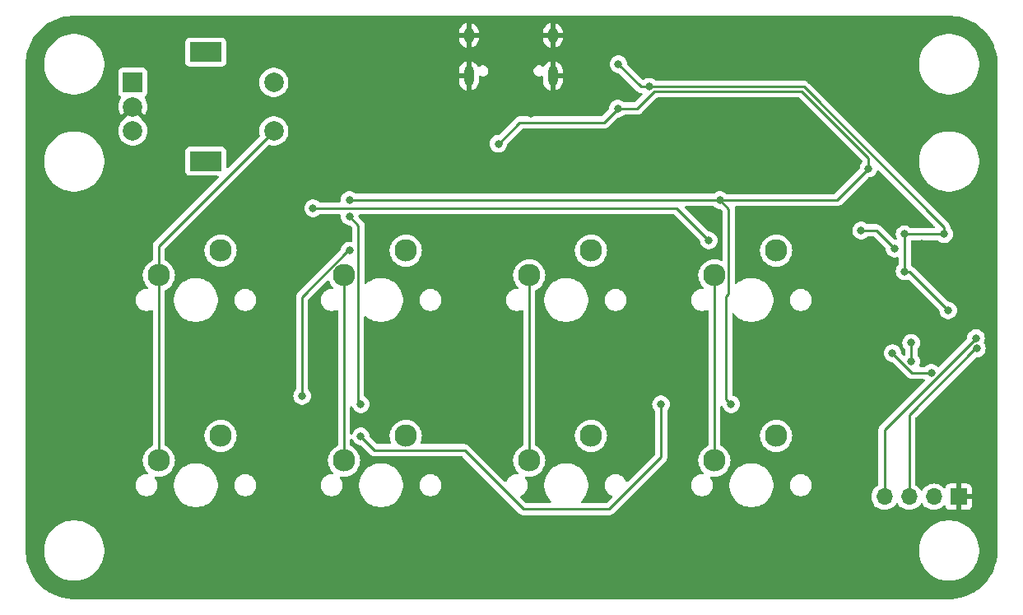
<source format=gbr>
%TF.GenerationSoftware,KiCad,Pcbnew,8.0.2-1*%
%TF.CreationDate,2024-05-13T14:31:14+01:00*%
%TF.ProjectId,Daisy V2 - STM32,44616973-7920-4563-9220-2d2053544d33,rev?*%
%TF.SameCoordinates,Original*%
%TF.FileFunction,Copper,L1,Top*%
%TF.FilePolarity,Positive*%
%FSLAX46Y46*%
G04 Gerber Fmt 4.6, Leading zero omitted, Abs format (unit mm)*
G04 Created by KiCad (PCBNEW 8.0.2-1) date 2024-05-13 14:31:14*
%MOMM*%
%LPD*%
G01*
G04 APERTURE LIST*
%TA.AperFunction,ComponentPad*%
%ADD10R,1.700000X1.700000*%
%TD*%
%TA.AperFunction,ComponentPad*%
%ADD11O,1.700000X1.700000*%
%TD*%
%TA.AperFunction,ComponentPad*%
%ADD12R,2.000000X2.000000*%
%TD*%
%TA.AperFunction,ComponentPad*%
%ADD13C,2.000000*%
%TD*%
%TA.AperFunction,ComponentPad*%
%ADD14R,3.200000X2.000000*%
%TD*%
%TA.AperFunction,ComponentPad*%
%ADD15C,2.300000*%
%TD*%
%TA.AperFunction,ComponentPad*%
%ADD16O,1.000000X1.600000*%
%TD*%
%TA.AperFunction,ComponentPad*%
%ADD17O,1.000000X2.100000*%
%TD*%
%TA.AperFunction,ViaPad*%
%ADD18C,0.800000*%
%TD*%
%TA.AperFunction,Conductor*%
%ADD19C,0.250000*%
%TD*%
G04 APERTURE END LIST*
D10*
%TO.P,OL1,1,Pin_1*%
%TO.N,GND*%
X114632500Y-73021250D03*
D11*
%TO.P,OL1,2,Pin_2*%
%TO.N,+3V3*%
X112092500Y-73021250D03*
%TO.P,OL1,3,Pin_3*%
%TO.N,/B8*%
X109552500Y-73021250D03*
%TO.P,OL1,4,Pin_4*%
%TO.N,/B9*%
X107012500Y-73021250D03*
%TD*%
D12*
%TO.P,RE1,A,A*%
%TO.N,REA*%
X29686250Y-30403125D03*
D13*
%TO.P,RE1,B,B*%
%TO.N,REB*%
X29686250Y-35403125D03*
%TO.P,RE1,C,C*%
%TO.N,GND*%
X29686250Y-32903125D03*
D14*
%TO.P,RE1,MP*%
%TO.N,N/C*%
X37186250Y-27303125D03*
X37186250Y-38503125D03*
D13*
%TO.P,RE1,S1,S1*%
%TO.N,COL0*%
X44186250Y-35403125D03*
%TO.P,RE1,S2,S2*%
%TO.N,Net-(D9-A)*%
X44186250Y-30403125D03*
%TD*%
D15*
%TO.P,MX4,1,1*%
%TO.N,COL3*%
X89509375Y-50246875D03*
%TO.P,MX4,2,2*%
%TO.N,Net-(D4-A)*%
X95859375Y-47706875D03*
%TD*%
%TO.P,MX8,1,1*%
%TO.N,COL3*%
X89509375Y-69296875D03*
%TO.P,MX8,2,2*%
%TO.N,Net-(D8-A)*%
X95859375Y-66756875D03*
%TD*%
%TO.P,MX7,1,1*%
%TO.N,COL2*%
X70459375Y-69296875D03*
%TO.P,MX7,2,2*%
%TO.N,Net-(D7-A)*%
X76809375Y-66756875D03*
%TD*%
%TO.P,MX3,1,1*%
%TO.N,COL2*%
X70459375Y-50246875D03*
%TO.P,MX3,2,2*%
%TO.N,Net-(D3-A)*%
X76809375Y-47706875D03*
%TD*%
%TO.P,MX6,1,1*%
%TO.N,COL1*%
X51409375Y-69296875D03*
%TO.P,MX6,2,2*%
%TO.N,Net-(D6-A)*%
X57759375Y-66756875D03*
%TD*%
%TO.P,MX1,1,1*%
%TO.N,COL0*%
X32359375Y-50246875D03*
%TO.P,MX1,2,2*%
%TO.N,Net-(D1-A)*%
X38709375Y-47706875D03*
%TD*%
%TO.P,MX2,1,1*%
%TO.N,COL1*%
X51409375Y-50246875D03*
%TO.P,MX2,2,2*%
%TO.N,Net-(D2-A)*%
X57759375Y-47706875D03*
%TD*%
%TO.P,MX5,1,1*%
%TO.N,COL0*%
X32359375Y-69296875D03*
%TO.P,MX5,2,2*%
%TO.N,Net-(D5-A)*%
X38709375Y-66756875D03*
%TD*%
D16*
%TO.P,J1,S1,SHIELD*%
%TO.N,GND*%
X64260000Y-25572000D03*
D17*
X64260000Y-29752000D03*
D16*
X72900000Y-25572000D03*
D17*
X72900000Y-29752000D03*
%TD*%
D18*
%TO.N,+5V*%
X79569375Y-33096875D03*
X67289375Y-36716875D03*
X105359375Y-39256875D03*
X53129375Y-63496875D03*
X90079375Y-42496875D03*
X91239375Y-63496875D03*
X51989375Y-44206875D03*
X51979375Y-42486875D03*
%TO.N,GND*%
X82629375Y-53966875D03*
X110859375Y-47016875D03*
X48239375Y-46636875D03*
X70649375Y-33596875D03*
%TO.N,+3V3*%
X82779375Y-30856875D03*
X111821722Y-60279222D03*
X79642729Y-28532714D03*
X109079375Y-46016875D03*
X109079375Y-49846875D03*
X107836097Y-58263597D03*
X113149375Y-46016875D03*
X113559375Y-53856875D03*
%TO.N,NRST*%
X109759375Y-59116875D03*
X109759375Y-57186875D03*
%TO.N,/B8*%
X116509375Y-57786875D03*
%TO.N,/B9*%
X116429375Y-56696875D03*
%TO.N,ROW0*%
X108039375Y-47496875D03*
X104599375Y-45627500D03*
%TO.N,Net-(LED1-DOUT)*%
X88929375Y-46646875D03*
X48229375Y-43356875D03*
%TO.N,Net-(LED2-DOUT)*%
X47099375Y-62646875D03*
X51979375Y-47706875D03*
%TO.N,Net-(LED3-DOUT)*%
X53129375Y-66806875D03*
X84019375Y-63496875D03*
%TD*%
D19*
%TO.N,+5V*%
X69475625Y-34530625D02*
X78135625Y-34530625D01*
X102119375Y-42496875D02*
X105359375Y-39256875D01*
X52884375Y-50857841D02*
X52884375Y-45101875D01*
X67289375Y-36716875D02*
X69475625Y-34530625D01*
X90079375Y-42496875D02*
X102119375Y-42496875D01*
X90984375Y-52171875D02*
X90709375Y-52446875D01*
X105359375Y-38153271D02*
X98512979Y-31306875D01*
X90069375Y-42486875D02*
X90079375Y-42496875D01*
X98512979Y-31306875D02*
X83354680Y-31306875D01*
X78135625Y-34530625D02*
X79569375Y-33096875D01*
X105359375Y-39256875D02*
X105359375Y-38153271D01*
X90709375Y-62966875D02*
X91239375Y-63496875D01*
X52884375Y-45101875D02*
X51989375Y-44206875D01*
X52850475Y-50891741D02*
X52884375Y-50857841D01*
X52850475Y-63217975D02*
X52850475Y-50891741D01*
X90984375Y-43401875D02*
X90984375Y-52171875D01*
X81564680Y-33096875D02*
X79569375Y-33096875D01*
X53129375Y-63496875D02*
X52850475Y-63217975D01*
X51979375Y-42486875D02*
X90069375Y-42486875D01*
X83354680Y-31306875D02*
X81564680Y-33096875D01*
X90709375Y-52446875D02*
X90709375Y-62966875D01*
X90079375Y-42496875D02*
X90984375Y-43401875D01*
%TO.N,+3V3*%
X113149375Y-45306875D02*
X113149375Y-46016875D01*
X81966890Y-30856875D02*
X79642729Y-28532714D01*
X82779375Y-30856875D02*
X98699375Y-30856875D01*
X109851722Y-60279222D02*
X111821722Y-60279222D01*
X98699375Y-30856875D02*
X113149375Y-45306875D01*
X82779375Y-30856875D02*
X81966890Y-30856875D01*
X113559375Y-53856875D02*
X109549375Y-49846875D01*
X113149375Y-46016875D02*
X109079375Y-46016875D01*
X109079375Y-49846875D02*
X109079375Y-46016875D01*
X109549375Y-49846875D02*
X109079375Y-49846875D01*
X107836097Y-58263597D02*
X109851722Y-60279222D01*
%TO.N,NRST*%
X109759375Y-57186875D02*
X109759375Y-59116875D01*
%TO.N,/B8*%
X109552500Y-64618445D02*
X109552500Y-73021250D01*
X116384070Y-57786875D02*
X109552500Y-64618445D01*
X116509375Y-57786875D02*
X116384070Y-57786875D01*
%TO.N,/B9*%
X116429375Y-56696875D02*
X107012500Y-66113750D01*
X107012500Y-66113750D02*
X107012500Y-73021250D01*
%TO.N,ROW0*%
X104599375Y-45627500D02*
X106170000Y-45627500D01*
X106170000Y-45627500D02*
X108039375Y-47496875D01*
%TO.N,COL0*%
X32359375Y-50246875D02*
X32359375Y-47230000D01*
X32359375Y-69296875D02*
X32359375Y-50246875D01*
X32359375Y-47230000D02*
X44186250Y-35403125D01*
%TO.N,COL1*%
X51409375Y-69296875D02*
X51409375Y-50246875D01*
%TO.N,COL2*%
X70459375Y-69296875D02*
X70459375Y-50246875D01*
%TO.N,COL3*%
X89509375Y-69296875D02*
X89509375Y-50246875D01*
%TO.N,Net-(LED1-DOUT)*%
X88929375Y-46646875D02*
X85639375Y-43356875D01*
X85639375Y-43356875D02*
X48229375Y-43356875D01*
%TO.N,Net-(LED2-DOUT)*%
X51863409Y-47706875D02*
X51979375Y-47706875D01*
X47099375Y-62646875D02*
X47099375Y-52470909D01*
X47099375Y-52470909D02*
X51863409Y-47706875D01*
%TO.N,Net-(LED3-DOUT)*%
X84019375Y-68934642D02*
X84019375Y-63496875D01*
X69851608Y-74266875D02*
X78687142Y-74266875D01*
X78687142Y-74266875D02*
X84019375Y-68934642D01*
X63816608Y-68231875D02*
X69851608Y-74266875D01*
X54554375Y-68231875D02*
X63816608Y-68231875D01*
X53129375Y-66806875D02*
X54554375Y-68231875D01*
%TD*%
%TA.AperFunction,Conductor*%
%TO.N,GND*%
G36*
X113650641Y-23546006D02*
G01*
X113863481Y-23548328D01*
X113872915Y-23548792D01*
X114297552Y-23585943D01*
X114308270Y-23587354D01*
X114727393Y-23661256D01*
X114737921Y-23663590D01*
X115149033Y-23773747D01*
X115159322Y-23776992D01*
X115559255Y-23922555D01*
X115569221Y-23926683D01*
X115954942Y-24106547D01*
X115964528Y-24111538D01*
X116333088Y-24324326D01*
X116342203Y-24330132D01*
X116690820Y-24574237D01*
X116699401Y-24580821D01*
X116958600Y-24798315D01*
X117025420Y-24854383D01*
X117033395Y-24861692D01*
X117334307Y-25162604D01*
X117341616Y-25170579D01*
X117615177Y-25496597D01*
X117621762Y-25505179D01*
X117865864Y-25853792D01*
X117871676Y-25862916D01*
X118084459Y-26231467D01*
X118089454Y-26241062D01*
X118269310Y-26626764D01*
X118273448Y-26636756D01*
X118314302Y-26749000D01*
X118419003Y-27036664D01*
X118422256Y-27046980D01*
X118532405Y-27458061D01*
X118534746Y-27468623D01*
X118608644Y-27887725D01*
X118610056Y-27898450D01*
X118647206Y-28323073D01*
X118647671Y-28332527D01*
X118649993Y-28545357D01*
X118650000Y-28546710D01*
X118650000Y-78545289D01*
X118649993Y-78546642D01*
X118647671Y-78759472D01*
X118647206Y-78768926D01*
X118610056Y-79193549D01*
X118608644Y-79204274D01*
X118534746Y-79623376D01*
X118532405Y-79633938D01*
X118422256Y-80045019D01*
X118419003Y-80055335D01*
X118273450Y-80455240D01*
X118269310Y-80465235D01*
X118089454Y-80850937D01*
X118084459Y-80860532D01*
X117871676Y-81229083D01*
X117865864Y-81238207D01*
X117621762Y-81586820D01*
X117615177Y-81595402D01*
X117341616Y-81921420D01*
X117334307Y-81929395D01*
X117033395Y-82230307D01*
X117025420Y-82237616D01*
X116699402Y-82511177D01*
X116690820Y-82517762D01*
X116342207Y-82761864D01*
X116333083Y-82767676D01*
X115964532Y-82980459D01*
X115954937Y-82985454D01*
X115569235Y-83165310D01*
X115559240Y-83169450D01*
X115159335Y-83315003D01*
X115149019Y-83318256D01*
X114737938Y-83428405D01*
X114727376Y-83430746D01*
X114308274Y-83504644D01*
X114297549Y-83506056D01*
X113872926Y-83543206D01*
X113863472Y-83543671D01*
X113655455Y-83545940D01*
X113650640Y-83545993D01*
X113649290Y-83546000D01*
X23650710Y-83546000D01*
X23649359Y-83545993D01*
X23644454Y-83545939D01*
X23436527Y-83543671D01*
X23427073Y-83543206D01*
X23002450Y-83506056D01*
X22991725Y-83504644D01*
X22572623Y-83430746D01*
X22562061Y-83428405D01*
X22150980Y-83318256D01*
X22140664Y-83315003D01*
X21740759Y-83169450D01*
X21730764Y-83165310D01*
X21345062Y-82985454D01*
X21335467Y-82980459D01*
X20966916Y-82767676D01*
X20957792Y-82761864D01*
X20609179Y-82517762D01*
X20600597Y-82511177D01*
X20274579Y-82237616D01*
X20266604Y-82230307D01*
X19965692Y-81929395D01*
X19958383Y-81921420D01*
X19684822Y-81595402D01*
X19678237Y-81586820D01*
X19557927Y-81415000D01*
X19434132Y-81238203D01*
X19428323Y-81229083D01*
X19215540Y-80860532D01*
X19210545Y-80850937D01*
X19030683Y-80465221D01*
X19026555Y-80455255D01*
X18880992Y-80055322D01*
X18877747Y-80045033D01*
X18767590Y-79633921D01*
X18765256Y-79623393D01*
X18691354Y-79204270D01*
X18689943Y-79193549D01*
X18652793Y-78768926D01*
X18652328Y-78759471D01*
X18650007Y-78546641D01*
X18650000Y-78545289D01*
X18650000Y-78371875D01*
X20549500Y-78371875D01*
X20549500Y-78720124D01*
X20588489Y-79066158D01*
X20588491Y-79066170D01*
X20665982Y-79405684D01*
X20665985Y-79405692D01*
X20780999Y-79734382D01*
X20932092Y-80048130D01*
X21117371Y-80342999D01*
X21117372Y-80343001D01*
X21334487Y-80615256D01*
X21580743Y-80861512D01*
X21852998Y-81078627D01*
X21853001Y-81078628D01*
X21853003Y-81078630D01*
X22147867Y-81263906D01*
X22461621Y-81415002D01*
X22708488Y-81501384D01*
X22790307Y-81530014D01*
X22790315Y-81530017D01*
X22790318Y-81530017D01*
X22790319Y-81530018D01*
X23129829Y-81607509D01*
X23475876Y-81646499D01*
X23475877Y-81646500D01*
X23475880Y-81646500D01*
X23824123Y-81646500D01*
X23824123Y-81646499D01*
X24170171Y-81607509D01*
X24509681Y-81530018D01*
X24838379Y-81415002D01*
X25152133Y-81263906D01*
X25446997Y-81078630D01*
X25447001Y-81078627D01*
X25719256Y-80861512D01*
X25719258Y-80861509D01*
X25719263Y-80861506D01*
X25965506Y-80615263D01*
X26182630Y-80342997D01*
X26367906Y-80048133D01*
X26519002Y-79734379D01*
X26634018Y-79405681D01*
X26711509Y-79066171D01*
X26750500Y-78720120D01*
X26750500Y-78371880D01*
X26750499Y-78371875D01*
X110549500Y-78371875D01*
X110549500Y-78720124D01*
X110588489Y-79066158D01*
X110588491Y-79066170D01*
X110665982Y-79405684D01*
X110665985Y-79405692D01*
X110780999Y-79734382D01*
X110932092Y-80048130D01*
X111117371Y-80342999D01*
X111117372Y-80343001D01*
X111334487Y-80615256D01*
X111580743Y-80861512D01*
X111852998Y-81078627D01*
X111853001Y-81078628D01*
X111853003Y-81078630D01*
X112147867Y-81263906D01*
X112461621Y-81415002D01*
X112708488Y-81501384D01*
X112790307Y-81530014D01*
X112790315Y-81530017D01*
X112790318Y-81530017D01*
X112790319Y-81530018D01*
X113129829Y-81607509D01*
X113475876Y-81646499D01*
X113475877Y-81646500D01*
X113475880Y-81646500D01*
X113824123Y-81646500D01*
X113824123Y-81646499D01*
X114170171Y-81607509D01*
X114509681Y-81530018D01*
X114838379Y-81415002D01*
X115152133Y-81263906D01*
X115446997Y-81078630D01*
X115447001Y-81078627D01*
X115719256Y-80861512D01*
X115719258Y-80861509D01*
X115719263Y-80861506D01*
X115965506Y-80615263D01*
X116182630Y-80342997D01*
X116367906Y-80048133D01*
X116519002Y-79734379D01*
X116634018Y-79405681D01*
X116711509Y-79066171D01*
X116750500Y-78720120D01*
X116750500Y-78371880D01*
X116711509Y-78025829D01*
X116634018Y-77686319D01*
X116519002Y-77357621D01*
X116367906Y-77043867D01*
X116182630Y-76749003D01*
X116182628Y-76749000D01*
X116182627Y-76748998D01*
X115965512Y-76476743D01*
X115719256Y-76230487D01*
X115447001Y-76013372D01*
X115446999Y-76013371D01*
X115152130Y-75828092D01*
X114838382Y-75676999D01*
X114509692Y-75561985D01*
X114509684Y-75561982D01*
X114255048Y-75503863D01*
X114170171Y-75484491D01*
X114170167Y-75484490D01*
X114170158Y-75484489D01*
X113824124Y-75445500D01*
X113824120Y-75445500D01*
X113475880Y-75445500D01*
X113475875Y-75445500D01*
X113129841Y-75484489D01*
X113129829Y-75484491D01*
X112790315Y-75561982D01*
X112790307Y-75561985D01*
X112461617Y-75676999D01*
X112147869Y-75828092D01*
X111853000Y-76013371D01*
X111852998Y-76013372D01*
X111580743Y-76230487D01*
X111334487Y-76476743D01*
X111117372Y-76748998D01*
X111117371Y-76749000D01*
X110932092Y-77043869D01*
X110780999Y-77357617D01*
X110665985Y-77686307D01*
X110665982Y-77686315D01*
X110588491Y-78025829D01*
X110588489Y-78025841D01*
X110549500Y-78371875D01*
X26750499Y-78371875D01*
X26711509Y-78025829D01*
X26634018Y-77686319D01*
X26519002Y-77357621D01*
X26367906Y-77043867D01*
X26182630Y-76749003D01*
X26182628Y-76749000D01*
X26182627Y-76748998D01*
X25965512Y-76476743D01*
X25719256Y-76230487D01*
X25447001Y-76013372D01*
X25446999Y-76013371D01*
X25152130Y-75828092D01*
X24838382Y-75676999D01*
X24509692Y-75561985D01*
X24509684Y-75561982D01*
X24255048Y-75503863D01*
X24170171Y-75484491D01*
X24170167Y-75484490D01*
X24170158Y-75484489D01*
X23824124Y-75445500D01*
X23824120Y-75445500D01*
X23475880Y-75445500D01*
X23475875Y-75445500D01*
X23129841Y-75484489D01*
X23129829Y-75484491D01*
X22790315Y-75561982D01*
X22790307Y-75561985D01*
X22461617Y-75676999D01*
X22147869Y-75828092D01*
X21853000Y-76013371D01*
X21852998Y-76013372D01*
X21580743Y-76230487D01*
X21334487Y-76476743D01*
X21117372Y-76748998D01*
X21117371Y-76749000D01*
X20932092Y-77043869D01*
X20780999Y-77357617D01*
X20665985Y-77686307D01*
X20665982Y-77686315D01*
X20588491Y-78025829D01*
X20588489Y-78025841D01*
X20549500Y-78371875D01*
X18650000Y-78371875D01*
X18650000Y-52698296D01*
X29963875Y-52698296D01*
X29963875Y-52875453D01*
X29991589Y-53050431D01*
X30046331Y-53218914D01*
X30046332Y-53218917D01*
X30100212Y-53324660D01*
X30126761Y-53376765D01*
X30230892Y-53520089D01*
X30356161Y-53645358D01*
X30499485Y-53749489D01*
X30562659Y-53781678D01*
X30657332Y-53829917D01*
X30657335Y-53829918D01*
X30740302Y-53856875D01*
X30825820Y-53884661D01*
X31000796Y-53912375D01*
X31000797Y-53912375D01*
X31177953Y-53912375D01*
X31177954Y-53912375D01*
X31352930Y-53884661D01*
X31521417Y-53829917D01*
X31521417Y-53829916D01*
X31521422Y-53829915D01*
X31553579Y-53813530D01*
X31622249Y-53800633D01*
X31686989Y-53826909D01*
X31727247Y-53884015D01*
X31733875Y-53924014D01*
X31733875Y-67686622D01*
X31714190Y-67753661D01*
X31661386Y-67799416D01*
X31657330Y-67801182D01*
X31607748Y-67821720D01*
X31386234Y-67957463D01*
X31188686Y-68126186D01*
X31019963Y-68323734D01*
X30884218Y-68545251D01*
X30784802Y-68785264D01*
X30724153Y-69037884D01*
X30703771Y-69296875D01*
X30724153Y-69555865D01*
X30784802Y-69808485D01*
X30884218Y-70048498D01*
X30884220Y-70048502D01*
X30884221Y-70048503D01*
X31019963Y-70270015D01*
X31188686Y-70467564D01*
X31218568Y-70493085D01*
X31256761Y-70551591D01*
X31257260Y-70621459D01*
X31219906Y-70680506D01*
X31156559Y-70709984D01*
X31138036Y-70711375D01*
X31000796Y-70711375D01*
X30942470Y-70720613D01*
X30825818Y-70739089D01*
X30657335Y-70793831D01*
X30657332Y-70793832D01*
X30499484Y-70874261D01*
X30426915Y-70926986D01*
X30356161Y-70978392D01*
X30356159Y-70978394D01*
X30356158Y-70978394D01*
X30230894Y-71103658D01*
X30230894Y-71103659D01*
X30230892Y-71103661D01*
X30186171Y-71165213D01*
X30126761Y-71246984D01*
X30046332Y-71404832D01*
X30046331Y-71404835D01*
X29991589Y-71573318D01*
X29976974Y-71665591D01*
X29963875Y-71748296D01*
X29963875Y-71925454D01*
X29972950Y-71982751D01*
X29991589Y-72100431D01*
X30046331Y-72268914D01*
X30046332Y-72268917D01*
X30126761Y-72426765D01*
X30230892Y-72570089D01*
X30356161Y-72695358D01*
X30499485Y-72799489D01*
X30562659Y-72831678D01*
X30657332Y-72879917D01*
X30657335Y-72879918D01*
X30741576Y-72907289D01*
X30825820Y-72934661D01*
X31000796Y-72962375D01*
X31000797Y-72962375D01*
X31177953Y-72962375D01*
X31177954Y-72962375D01*
X31352930Y-72934661D01*
X31521417Y-72879917D01*
X31679265Y-72799489D01*
X31822589Y-72695358D01*
X31947858Y-72570089D01*
X32051989Y-72426765D01*
X32132417Y-72268917D01*
X32187161Y-72100430D01*
X32214875Y-71925454D01*
X32214875Y-71748296D01*
X32205606Y-71689775D01*
X33924975Y-71689775D01*
X33924975Y-71983974D01*
X33924976Y-71983991D01*
X33962486Y-72268914D01*
X33963377Y-72275675D01*
X34038915Y-72557587D01*
X34039527Y-72559869D01*
X34152109Y-72831669D01*
X34152117Y-72831685D01*
X34299215Y-73086464D01*
X34299226Y-73086480D01*
X34478323Y-73319884D01*
X34478329Y-73319891D01*
X34686358Y-73527920D01*
X34686364Y-73527925D01*
X34919778Y-73707030D01*
X34919785Y-73707034D01*
X35174564Y-73854132D01*
X35174580Y-73854140D01*
X35446380Y-73966722D01*
X35446382Y-73966722D01*
X35446388Y-73966725D01*
X35730575Y-74042873D01*
X36022269Y-74081275D01*
X36022276Y-74081275D01*
X36316474Y-74081275D01*
X36316481Y-74081275D01*
X36608175Y-74042873D01*
X36892362Y-73966725D01*
X37043925Y-73903946D01*
X37164169Y-73854140D01*
X37164172Y-73854138D01*
X37164178Y-73854136D01*
X37418972Y-73707030D01*
X37652386Y-73527925D01*
X37860425Y-73319886D01*
X38039530Y-73086472D01*
X38186636Y-72831678D01*
X38199970Y-72799488D01*
X38299222Y-72559869D01*
X38299221Y-72559869D01*
X38299225Y-72559862D01*
X38375373Y-72275675D01*
X38413775Y-71983981D01*
X38413775Y-71748296D01*
X40123875Y-71748296D01*
X40123875Y-71925454D01*
X40132950Y-71982751D01*
X40151589Y-72100431D01*
X40206331Y-72268914D01*
X40206332Y-72268917D01*
X40286761Y-72426765D01*
X40390892Y-72570089D01*
X40516161Y-72695358D01*
X40659485Y-72799489D01*
X40722659Y-72831678D01*
X40817332Y-72879917D01*
X40817335Y-72879918D01*
X40901576Y-72907289D01*
X40985820Y-72934661D01*
X41160796Y-72962375D01*
X41160797Y-72962375D01*
X41337953Y-72962375D01*
X41337954Y-72962375D01*
X41512930Y-72934661D01*
X41681417Y-72879917D01*
X41839265Y-72799489D01*
X41982589Y-72695358D01*
X42107858Y-72570089D01*
X42211989Y-72426765D01*
X42292417Y-72268917D01*
X42347161Y-72100430D01*
X42374875Y-71925454D01*
X42374875Y-71748296D01*
X42347161Y-71573320D01*
X42312674Y-71467178D01*
X42292418Y-71404835D01*
X42292417Y-71404832D01*
X42211988Y-71246984D01*
X42107858Y-71103661D01*
X41982589Y-70978392D01*
X41839265Y-70874261D01*
X41776107Y-70842080D01*
X41681417Y-70793832D01*
X41681414Y-70793831D01*
X41512931Y-70739089D01*
X41425442Y-70725232D01*
X41337954Y-70711375D01*
X41160796Y-70711375D01*
X41102470Y-70720613D01*
X40985818Y-70739089D01*
X40817335Y-70793831D01*
X40817332Y-70793832D01*
X40659484Y-70874261D01*
X40586915Y-70926986D01*
X40516161Y-70978392D01*
X40516159Y-70978394D01*
X40516158Y-70978394D01*
X40390894Y-71103658D01*
X40390894Y-71103659D01*
X40390892Y-71103661D01*
X40346171Y-71165213D01*
X40286761Y-71246984D01*
X40206332Y-71404832D01*
X40206331Y-71404835D01*
X40151589Y-71573318D01*
X40136974Y-71665591D01*
X40123875Y-71748296D01*
X38413775Y-71748296D01*
X38413775Y-71689769D01*
X38375373Y-71398075D01*
X38299225Y-71113888D01*
X38275914Y-71057610D01*
X38186640Y-70842080D01*
X38186632Y-70842064D01*
X38039534Y-70587285D01*
X38039530Y-70587278D01*
X37860425Y-70353864D01*
X37860420Y-70353858D01*
X37652391Y-70145829D01*
X37652384Y-70145823D01*
X37418980Y-69966726D01*
X37418978Y-69966724D01*
X37418972Y-69966720D01*
X37418967Y-69966717D01*
X37418964Y-69966715D01*
X37164185Y-69819617D01*
X37164169Y-69819609D01*
X36892369Y-69707027D01*
X36608171Y-69630876D01*
X36316491Y-69592476D01*
X36316486Y-69592475D01*
X36316481Y-69592475D01*
X36022269Y-69592475D01*
X36022263Y-69592475D01*
X36022258Y-69592476D01*
X35730578Y-69630876D01*
X35446380Y-69707027D01*
X35174580Y-69819609D01*
X35174564Y-69819617D01*
X34919785Y-69966715D01*
X34919769Y-69966726D01*
X34686365Y-70145823D01*
X34686358Y-70145829D01*
X34478329Y-70353858D01*
X34478323Y-70353865D01*
X34299226Y-70587269D01*
X34299215Y-70587285D01*
X34152117Y-70842064D01*
X34152109Y-70842080D01*
X34039527Y-71113880D01*
X33963376Y-71398078D01*
X33924976Y-71689758D01*
X33924975Y-71689775D01*
X32205606Y-71689775D01*
X32187161Y-71573320D01*
X32152674Y-71467178D01*
X32132418Y-71404835D01*
X32132417Y-71404832D01*
X32051988Y-71246984D01*
X31962210Y-71123415D01*
X31938731Y-71057610D01*
X31954556Y-70989556D01*
X32004662Y-70940861D01*
X32073140Y-70926986D01*
X32091473Y-70929957D01*
X32100381Y-70932096D01*
X32359375Y-70952479D01*
X32618369Y-70932096D01*
X32870985Y-70871448D01*
X33111003Y-70772029D01*
X33332515Y-70636287D01*
X33530064Y-70467564D01*
X33698787Y-70270015D01*
X33834529Y-70048503D01*
X33933948Y-69808485D01*
X33994596Y-69555869D01*
X34014979Y-69296875D01*
X33994596Y-69037881D01*
X33933948Y-68785265D01*
X33834529Y-68545247D01*
X33698787Y-68323735D01*
X33530064Y-68126186D01*
X33332515Y-67957463D01*
X33111003Y-67821721D01*
X33111001Y-67821720D01*
X33061420Y-67801182D01*
X33007017Y-67757340D01*
X32984954Y-67691045D01*
X32984875Y-67686622D01*
X32984875Y-66756875D01*
X37053771Y-66756875D01*
X37074153Y-67015865D01*
X37134802Y-67268485D01*
X37234218Y-67508498D01*
X37234220Y-67508502D01*
X37234221Y-67508503D01*
X37369963Y-67730015D01*
X37538686Y-67927564D01*
X37736235Y-68096287D01*
X37957747Y-68232029D01*
X37957749Y-68232029D01*
X37957751Y-68232031D01*
X38019068Y-68257429D01*
X38197765Y-68331448D01*
X38450381Y-68392096D01*
X38709375Y-68412479D01*
X38968369Y-68392096D01*
X39220985Y-68331448D01*
X39461003Y-68232029D01*
X39682515Y-68096287D01*
X39880064Y-67927564D01*
X40048787Y-67730015D01*
X40184529Y-67508503D01*
X40283948Y-67268485D01*
X40344596Y-67015869D01*
X40364979Y-66756875D01*
X40344596Y-66497881D01*
X40283948Y-66245265D01*
X40221254Y-66093910D01*
X40184531Y-66005251D01*
X40148057Y-65945731D01*
X40048787Y-65783735D01*
X39880064Y-65586186D01*
X39682515Y-65417463D01*
X39461003Y-65281721D01*
X39461002Y-65281720D01*
X39460998Y-65281718D01*
X39295002Y-65212961D01*
X39220985Y-65182302D01*
X39220986Y-65182302D01*
X39083296Y-65149245D01*
X38968369Y-65121654D01*
X38968367Y-65121653D01*
X38968366Y-65121653D01*
X38709375Y-65101271D01*
X38450384Y-65121653D01*
X38197764Y-65182302D01*
X37957751Y-65281718D01*
X37736234Y-65417463D01*
X37538686Y-65586186D01*
X37369963Y-65783734D01*
X37234218Y-66005251D01*
X37134802Y-66245264D01*
X37074153Y-66497884D01*
X37053771Y-66756875D01*
X32984875Y-66756875D01*
X32984875Y-62646875D01*
X46193915Y-62646875D01*
X46213701Y-62835131D01*
X46213702Y-62835134D01*
X46272193Y-63015152D01*
X46272196Y-63015159D01*
X46366842Y-63179091D01*
X46483466Y-63308615D01*
X46493504Y-63319763D01*
X46646640Y-63431023D01*
X46646645Y-63431026D01*
X46819567Y-63508017D01*
X46819572Y-63508019D01*
X47004729Y-63547375D01*
X47004730Y-63547375D01*
X47194019Y-63547375D01*
X47194021Y-63547375D01*
X47379178Y-63508019D01*
X47552105Y-63431026D01*
X47705246Y-63319763D01*
X47831908Y-63179091D01*
X47926554Y-63015159D01*
X47985049Y-62835131D01*
X48004835Y-62646875D01*
X47985049Y-62458619D01*
X47926554Y-62278591D01*
X47831908Y-62114659D01*
X47756725Y-62031159D01*
X47726495Y-61968167D01*
X47724875Y-61948187D01*
X47724875Y-52781361D01*
X47744560Y-52714322D01*
X47761194Y-52693680D01*
X48711043Y-51743831D01*
X49663039Y-50791834D01*
X49724360Y-50758351D01*
X49794052Y-50763335D01*
X49849985Y-50805207D01*
X49865279Y-50832064D01*
X49934218Y-50998498D01*
X49934220Y-50998502D01*
X49934221Y-50998503D01*
X50069963Y-51220015D01*
X50238686Y-51417564D01*
X50268568Y-51443085D01*
X50306761Y-51501591D01*
X50307260Y-51571459D01*
X50269906Y-51630506D01*
X50206559Y-51659984D01*
X50188036Y-51661375D01*
X50050796Y-51661375D01*
X49992470Y-51670613D01*
X49875818Y-51689089D01*
X49707335Y-51743831D01*
X49707332Y-51743832D01*
X49549484Y-51824261D01*
X49467713Y-51883671D01*
X49406161Y-51928392D01*
X49406159Y-51928394D01*
X49406158Y-51928394D01*
X49280894Y-52053658D01*
X49280894Y-52053659D01*
X49280892Y-52053661D01*
X49273462Y-52063888D01*
X49176761Y-52196984D01*
X49096332Y-52354832D01*
X49096331Y-52354835D01*
X49041589Y-52523318D01*
X49013875Y-52698296D01*
X49013875Y-52875453D01*
X49041589Y-53050431D01*
X49096331Y-53218914D01*
X49096332Y-53218917D01*
X49150212Y-53324660D01*
X49176761Y-53376765D01*
X49280892Y-53520089D01*
X49406161Y-53645358D01*
X49549485Y-53749489D01*
X49612659Y-53781678D01*
X49707332Y-53829917D01*
X49707335Y-53829918D01*
X49790302Y-53856875D01*
X49875820Y-53884661D01*
X50050796Y-53912375D01*
X50050797Y-53912375D01*
X50227953Y-53912375D01*
X50227954Y-53912375D01*
X50402930Y-53884661D01*
X50571417Y-53829917D01*
X50571417Y-53829916D01*
X50571422Y-53829915D01*
X50603579Y-53813530D01*
X50672249Y-53800633D01*
X50736989Y-53826909D01*
X50777247Y-53884015D01*
X50783875Y-53924014D01*
X50783875Y-67686622D01*
X50764190Y-67753661D01*
X50711386Y-67799416D01*
X50707330Y-67801182D01*
X50657748Y-67821720D01*
X50436234Y-67957463D01*
X50238686Y-68126186D01*
X50069963Y-68323734D01*
X49934218Y-68545251D01*
X49834802Y-68785264D01*
X49774153Y-69037884D01*
X49753771Y-69296875D01*
X49774153Y-69555865D01*
X49834802Y-69808485D01*
X49934218Y-70048498D01*
X49934220Y-70048502D01*
X49934221Y-70048503D01*
X50069963Y-70270015D01*
X50238686Y-70467564D01*
X50268568Y-70493085D01*
X50306761Y-70551591D01*
X50307260Y-70621459D01*
X50269906Y-70680506D01*
X50206559Y-70709984D01*
X50188036Y-70711375D01*
X50050796Y-70711375D01*
X49992470Y-70720613D01*
X49875818Y-70739089D01*
X49707335Y-70793831D01*
X49707332Y-70793832D01*
X49549484Y-70874261D01*
X49476915Y-70926986D01*
X49406161Y-70978392D01*
X49406159Y-70978394D01*
X49406158Y-70978394D01*
X49280894Y-71103658D01*
X49280894Y-71103659D01*
X49280892Y-71103661D01*
X49236171Y-71165213D01*
X49176761Y-71246984D01*
X49096332Y-71404832D01*
X49096331Y-71404835D01*
X49041589Y-71573318D01*
X49026974Y-71665591D01*
X49013875Y-71748296D01*
X49013875Y-71925454D01*
X49022950Y-71982751D01*
X49041589Y-72100431D01*
X49096331Y-72268914D01*
X49096332Y-72268917D01*
X49176761Y-72426765D01*
X49280892Y-72570089D01*
X49406161Y-72695358D01*
X49549485Y-72799489D01*
X49612659Y-72831678D01*
X49707332Y-72879917D01*
X49707335Y-72879918D01*
X49791576Y-72907289D01*
X49875820Y-72934661D01*
X50050796Y-72962375D01*
X50050797Y-72962375D01*
X50227953Y-72962375D01*
X50227954Y-72962375D01*
X50402930Y-72934661D01*
X50571417Y-72879917D01*
X50729265Y-72799489D01*
X50872589Y-72695358D01*
X50997858Y-72570089D01*
X51101989Y-72426765D01*
X51182417Y-72268917D01*
X51237161Y-72100430D01*
X51264875Y-71925454D01*
X51264875Y-71748296D01*
X51255606Y-71689775D01*
X52974975Y-71689775D01*
X52974975Y-71983974D01*
X52974976Y-71983991D01*
X53012486Y-72268914D01*
X53013377Y-72275675D01*
X53088915Y-72557587D01*
X53089527Y-72559869D01*
X53202109Y-72831669D01*
X53202117Y-72831685D01*
X53349215Y-73086464D01*
X53349226Y-73086480D01*
X53528323Y-73319884D01*
X53528329Y-73319891D01*
X53736358Y-73527920D01*
X53736364Y-73527925D01*
X53969778Y-73707030D01*
X53969785Y-73707034D01*
X54224564Y-73854132D01*
X54224580Y-73854140D01*
X54496380Y-73966722D01*
X54496382Y-73966722D01*
X54496388Y-73966725D01*
X54780575Y-74042873D01*
X55072269Y-74081275D01*
X55072276Y-74081275D01*
X55366474Y-74081275D01*
X55366481Y-74081275D01*
X55658175Y-74042873D01*
X55942362Y-73966725D01*
X56093925Y-73903946D01*
X56214169Y-73854140D01*
X56214172Y-73854138D01*
X56214178Y-73854136D01*
X56468972Y-73707030D01*
X56702386Y-73527925D01*
X56910425Y-73319886D01*
X57089530Y-73086472D01*
X57236636Y-72831678D01*
X57249970Y-72799488D01*
X57349222Y-72559869D01*
X57349221Y-72559869D01*
X57349225Y-72559862D01*
X57425373Y-72275675D01*
X57463775Y-71983981D01*
X57463775Y-71748296D01*
X59173875Y-71748296D01*
X59173875Y-71925454D01*
X59182950Y-71982751D01*
X59201589Y-72100431D01*
X59256331Y-72268914D01*
X59256332Y-72268917D01*
X59336761Y-72426765D01*
X59440892Y-72570089D01*
X59566161Y-72695358D01*
X59709485Y-72799489D01*
X59772659Y-72831678D01*
X59867332Y-72879917D01*
X59867335Y-72879918D01*
X59951576Y-72907289D01*
X60035820Y-72934661D01*
X60210796Y-72962375D01*
X60210797Y-72962375D01*
X60387953Y-72962375D01*
X60387954Y-72962375D01*
X60562930Y-72934661D01*
X60731417Y-72879917D01*
X60889265Y-72799489D01*
X61032589Y-72695358D01*
X61157858Y-72570089D01*
X61261989Y-72426765D01*
X61342417Y-72268917D01*
X61397161Y-72100430D01*
X61424875Y-71925454D01*
X61424875Y-71748296D01*
X61397161Y-71573320D01*
X61362674Y-71467178D01*
X61342418Y-71404835D01*
X61342417Y-71404832D01*
X61261988Y-71246984D01*
X61157858Y-71103661D01*
X61032589Y-70978392D01*
X60889265Y-70874261D01*
X60826107Y-70842080D01*
X60731417Y-70793832D01*
X60731414Y-70793831D01*
X60562931Y-70739089D01*
X60475442Y-70725232D01*
X60387954Y-70711375D01*
X60210796Y-70711375D01*
X60152470Y-70720613D01*
X60035818Y-70739089D01*
X59867335Y-70793831D01*
X59867332Y-70793832D01*
X59709484Y-70874261D01*
X59636915Y-70926986D01*
X59566161Y-70978392D01*
X59566159Y-70978394D01*
X59566158Y-70978394D01*
X59440894Y-71103658D01*
X59440894Y-71103659D01*
X59440892Y-71103661D01*
X59396171Y-71165213D01*
X59336761Y-71246984D01*
X59256332Y-71404832D01*
X59256331Y-71404835D01*
X59201589Y-71573318D01*
X59186974Y-71665591D01*
X59173875Y-71748296D01*
X57463775Y-71748296D01*
X57463775Y-71689769D01*
X57425373Y-71398075D01*
X57349225Y-71113888D01*
X57325914Y-71057610D01*
X57236640Y-70842080D01*
X57236632Y-70842064D01*
X57089534Y-70587285D01*
X57089530Y-70587278D01*
X56910425Y-70353864D01*
X56910420Y-70353858D01*
X56702391Y-70145829D01*
X56702384Y-70145823D01*
X56468980Y-69966726D01*
X56468978Y-69966724D01*
X56468972Y-69966720D01*
X56468967Y-69966717D01*
X56468964Y-69966715D01*
X56214185Y-69819617D01*
X56214169Y-69819609D01*
X55942369Y-69707027D01*
X55658171Y-69630876D01*
X55366491Y-69592476D01*
X55366486Y-69592475D01*
X55366481Y-69592475D01*
X55072269Y-69592475D01*
X55072263Y-69592475D01*
X55072258Y-69592476D01*
X54780578Y-69630876D01*
X54496380Y-69707027D01*
X54224580Y-69819609D01*
X54224564Y-69819617D01*
X53969785Y-69966715D01*
X53969769Y-69966726D01*
X53736365Y-70145823D01*
X53736358Y-70145829D01*
X53528329Y-70353858D01*
X53528323Y-70353865D01*
X53349226Y-70587269D01*
X53349215Y-70587285D01*
X53202117Y-70842064D01*
X53202109Y-70842080D01*
X53089527Y-71113880D01*
X53013376Y-71398078D01*
X52974976Y-71689758D01*
X52974975Y-71689775D01*
X51255606Y-71689775D01*
X51237161Y-71573320D01*
X51202674Y-71467178D01*
X51182418Y-71404835D01*
X51182417Y-71404832D01*
X51101988Y-71246984D01*
X51012210Y-71123415D01*
X50988731Y-71057610D01*
X51004556Y-70989556D01*
X51054662Y-70940861D01*
X51123140Y-70926986D01*
X51141473Y-70929957D01*
X51150381Y-70932096D01*
X51409375Y-70952479D01*
X51668369Y-70932096D01*
X51920985Y-70871448D01*
X52161003Y-70772029D01*
X52382515Y-70636287D01*
X52580064Y-70467564D01*
X52748787Y-70270015D01*
X52884529Y-70048503D01*
X52983948Y-69808485D01*
X53044596Y-69555869D01*
X53064979Y-69296875D01*
X53044596Y-69037881D01*
X52983948Y-68785265D01*
X52884529Y-68545247D01*
X52748787Y-68323735D01*
X52580064Y-68126186D01*
X52382515Y-67957463D01*
X52161003Y-67821721D01*
X52161001Y-67821720D01*
X52111420Y-67801182D01*
X52057017Y-67757340D01*
X52034954Y-67691045D01*
X52034875Y-67686622D01*
X52034875Y-67135335D01*
X52054560Y-67068296D01*
X52107364Y-67022541D01*
X52176522Y-67012597D01*
X52240078Y-67041622D01*
X52276806Y-67097017D01*
X52302193Y-67175153D01*
X52302196Y-67175159D01*
X52396842Y-67339091D01*
X52483129Y-67434922D01*
X52523504Y-67479763D01*
X52676640Y-67591023D01*
X52676645Y-67591026D01*
X52849567Y-67668017D01*
X52849572Y-67668019D01*
X53034729Y-67707375D01*
X53093923Y-67707375D01*
X53160962Y-67727060D01*
X53181603Y-67743693D01*
X54068516Y-68630607D01*
X54068517Y-68630608D01*
X54113461Y-68675552D01*
X54155643Y-68717734D01*
X54258082Y-68786182D01*
X54258088Y-68786185D01*
X54258089Y-68786186D01*
X54371923Y-68833338D01*
X54432346Y-68845356D01*
X54492768Y-68857375D01*
X54492769Y-68857375D01*
X63506156Y-68857375D01*
X63573195Y-68877060D01*
X63593837Y-68893694D01*
X69362624Y-74662481D01*
X69362653Y-74662512D01*
X69452872Y-74752731D01*
X69452875Y-74752733D01*
X69529798Y-74804131D01*
X69555318Y-74821184D01*
X69555320Y-74821185D01*
X69555323Y-74821187D01*
X69622004Y-74848806D01*
X69622006Y-74848808D01*
X69662248Y-74865476D01*
X69669156Y-74868338D01*
X69729579Y-74880356D01*
X69790001Y-74892375D01*
X78748749Y-74892375D01*
X78809171Y-74880356D01*
X78869594Y-74868338D01*
X78869597Y-74868336D01*
X78869600Y-74868336D01*
X78902929Y-74854529D01*
X78902928Y-74854529D01*
X78902934Y-74854527D01*
X78983428Y-74821187D01*
X79034651Y-74786959D01*
X79085875Y-74752733D01*
X79173000Y-74665608D01*
X79173001Y-74665606D01*
X79180067Y-74658540D01*
X79180070Y-74658536D01*
X84418104Y-69420502D01*
X84418108Y-69420500D01*
X84505233Y-69333375D01*
X84573686Y-69230928D01*
X84620838Y-69117094D01*
X84644875Y-68996248D01*
X84644875Y-64195562D01*
X84664560Y-64128523D01*
X84676725Y-64112590D01*
X84695266Y-64091997D01*
X84751908Y-64029091D01*
X84846554Y-63865159D01*
X84905049Y-63685131D01*
X84924835Y-63496875D01*
X84905049Y-63308619D01*
X84846554Y-63128591D01*
X84751908Y-62964659D01*
X84625246Y-62823987D01*
X84625245Y-62823986D01*
X84472109Y-62712726D01*
X84472104Y-62712723D01*
X84299182Y-62635732D01*
X84299177Y-62635730D01*
X84153376Y-62604740D01*
X84114021Y-62596375D01*
X83924729Y-62596375D01*
X83892272Y-62603273D01*
X83739572Y-62635730D01*
X83739567Y-62635732D01*
X83566645Y-62712723D01*
X83566640Y-62712726D01*
X83413504Y-62823986D01*
X83286841Y-62964660D01*
X83192196Y-63128590D01*
X83192193Y-63128597D01*
X83134336Y-63306665D01*
X83133701Y-63308619D01*
X83113915Y-63496875D01*
X83133701Y-63685131D01*
X83133702Y-63685134D01*
X83192193Y-63865152D01*
X83192196Y-63865159D01*
X83286842Y-64029091D01*
X83330147Y-64077185D01*
X83362025Y-64112590D01*
X83392255Y-64175581D01*
X83393875Y-64195562D01*
X83393875Y-68624189D01*
X83374190Y-68691228D01*
X83357556Y-68711870D01*
X80602247Y-71467178D01*
X80540924Y-71500663D01*
X80471232Y-71495679D01*
X80415299Y-71453807D01*
X80396634Y-71417812D01*
X80392417Y-71404833D01*
X80392417Y-71404832D01*
X80311988Y-71246984D01*
X80207858Y-71103661D01*
X80082589Y-70978392D01*
X79939265Y-70874261D01*
X79876107Y-70842080D01*
X79781417Y-70793832D01*
X79781414Y-70793831D01*
X79612931Y-70739089D01*
X79525442Y-70725232D01*
X79437954Y-70711375D01*
X79260796Y-70711375D01*
X79202470Y-70720613D01*
X79085818Y-70739089D01*
X78917335Y-70793831D01*
X78917332Y-70793832D01*
X78759484Y-70874261D01*
X78686915Y-70926986D01*
X78616161Y-70978392D01*
X78616159Y-70978394D01*
X78616158Y-70978394D01*
X78490894Y-71103658D01*
X78490894Y-71103659D01*
X78490892Y-71103661D01*
X78446171Y-71165213D01*
X78386761Y-71246984D01*
X78306332Y-71404832D01*
X78306331Y-71404835D01*
X78251589Y-71573318D01*
X78236974Y-71665591D01*
X78223875Y-71748296D01*
X78223875Y-71925454D01*
X78232950Y-71982751D01*
X78251589Y-72100431D01*
X78306331Y-72268914D01*
X78306332Y-72268917D01*
X78386761Y-72426765D01*
X78490892Y-72570089D01*
X78616161Y-72695358D01*
X78759485Y-72799489D01*
X78822673Y-72831685D01*
X78917333Y-72879917D01*
X78930312Y-72884134D01*
X78987989Y-72923570D01*
X79015188Y-72987928D01*
X79003276Y-73056775D01*
X78979678Y-73089747D01*
X78464371Y-73605056D01*
X78403048Y-73638541D01*
X78376690Y-73641375D01*
X75938299Y-73641375D01*
X75871260Y-73621690D01*
X75825505Y-73568886D01*
X75815561Y-73499728D01*
X75844586Y-73436172D01*
X75850618Y-73429694D01*
X75960420Y-73319891D01*
X75960425Y-73319886D01*
X76139530Y-73086472D01*
X76286636Y-72831678D01*
X76299970Y-72799488D01*
X76399222Y-72559869D01*
X76399221Y-72559869D01*
X76399225Y-72559862D01*
X76475373Y-72275675D01*
X76513775Y-71983981D01*
X76513775Y-71689769D01*
X76475373Y-71398075D01*
X76399225Y-71113888D01*
X76375914Y-71057610D01*
X76286640Y-70842080D01*
X76286632Y-70842064D01*
X76139534Y-70587285D01*
X76139530Y-70587278D01*
X75960425Y-70353864D01*
X75960420Y-70353858D01*
X75752391Y-70145829D01*
X75752384Y-70145823D01*
X75518980Y-69966726D01*
X75518978Y-69966724D01*
X75518972Y-69966720D01*
X75518967Y-69966717D01*
X75518964Y-69966715D01*
X75264185Y-69819617D01*
X75264169Y-69819609D01*
X74992369Y-69707027D01*
X74708171Y-69630876D01*
X74416491Y-69592476D01*
X74416486Y-69592475D01*
X74416481Y-69592475D01*
X74122269Y-69592475D01*
X74122263Y-69592475D01*
X74122258Y-69592476D01*
X73830578Y-69630876D01*
X73546380Y-69707027D01*
X73274580Y-69819609D01*
X73274564Y-69819617D01*
X73019785Y-69966715D01*
X73019769Y-69966726D01*
X72786365Y-70145823D01*
X72786358Y-70145829D01*
X72578329Y-70353858D01*
X72578323Y-70353865D01*
X72399226Y-70587269D01*
X72399215Y-70587285D01*
X72252117Y-70842064D01*
X72252109Y-70842080D01*
X72139527Y-71113880D01*
X72063376Y-71398078D01*
X72024976Y-71689758D01*
X72024975Y-71689775D01*
X72024975Y-71983974D01*
X72024976Y-71983991D01*
X72062486Y-72268914D01*
X72063377Y-72275675D01*
X72138915Y-72557587D01*
X72139527Y-72559869D01*
X72252109Y-72831669D01*
X72252117Y-72831685D01*
X72399215Y-73086464D01*
X72399226Y-73086480D01*
X72578323Y-73319884D01*
X72578329Y-73319891D01*
X72688132Y-73429694D01*
X72721617Y-73491017D01*
X72716633Y-73560709D01*
X72674761Y-73616642D01*
X72609297Y-73641059D01*
X72600451Y-73641375D01*
X70162060Y-73641375D01*
X70095021Y-73621690D01*
X70074379Y-73605056D01*
X69559070Y-73089747D01*
X69525585Y-73028424D01*
X69530569Y-72958732D01*
X69572441Y-72902799D01*
X69608437Y-72884134D01*
X69621417Y-72879917D01*
X69779265Y-72799489D01*
X69922589Y-72695358D01*
X70047858Y-72570089D01*
X70151989Y-72426765D01*
X70232417Y-72268917D01*
X70287161Y-72100430D01*
X70314875Y-71925454D01*
X70314875Y-71748296D01*
X70287161Y-71573320D01*
X70252674Y-71467178D01*
X70232418Y-71404835D01*
X70232417Y-71404832D01*
X70151988Y-71246984D01*
X70062210Y-71123415D01*
X70038731Y-71057610D01*
X70054556Y-70989556D01*
X70104662Y-70940861D01*
X70173140Y-70926986D01*
X70191473Y-70929957D01*
X70200381Y-70932096D01*
X70459375Y-70952479D01*
X70718369Y-70932096D01*
X70970985Y-70871448D01*
X71211003Y-70772029D01*
X71432515Y-70636287D01*
X71630064Y-70467564D01*
X71798787Y-70270015D01*
X71934529Y-70048503D01*
X72033948Y-69808485D01*
X72094596Y-69555869D01*
X72114979Y-69296875D01*
X72094596Y-69037881D01*
X72033948Y-68785265D01*
X71934529Y-68545247D01*
X71798787Y-68323735D01*
X71630064Y-68126186D01*
X71432515Y-67957463D01*
X71211003Y-67821721D01*
X71211001Y-67821720D01*
X71161420Y-67801182D01*
X71107017Y-67757340D01*
X71084954Y-67691045D01*
X71084875Y-67686622D01*
X71084875Y-66756875D01*
X75153771Y-66756875D01*
X75174153Y-67015865D01*
X75234802Y-67268485D01*
X75334218Y-67508498D01*
X75334220Y-67508502D01*
X75334221Y-67508503D01*
X75469963Y-67730015D01*
X75638686Y-67927564D01*
X75836235Y-68096287D01*
X76057747Y-68232029D01*
X76057749Y-68232029D01*
X76057751Y-68232031D01*
X76119068Y-68257429D01*
X76297765Y-68331448D01*
X76550381Y-68392096D01*
X76809375Y-68412479D01*
X77068369Y-68392096D01*
X77320985Y-68331448D01*
X77561003Y-68232029D01*
X77782515Y-68096287D01*
X77980064Y-67927564D01*
X78148787Y-67730015D01*
X78284529Y-67508503D01*
X78383948Y-67268485D01*
X78444596Y-67015869D01*
X78464979Y-66756875D01*
X78444596Y-66497881D01*
X78383948Y-66245265D01*
X78321254Y-66093910D01*
X78284531Y-66005251D01*
X78248057Y-65945731D01*
X78148787Y-65783735D01*
X77980064Y-65586186D01*
X77782515Y-65417463D01*
X77561003Y-65281721D01*
X77561002Y-65281720D01*
X77560998Y-65281718D01*
X77395002Y-65212961D01*
X77320985Y-65182302D01*
X77320986Y-65182302D01*
X77183296Y-65149245D01*
X77068369Y-65121654D01*
X77068367Y-65121653D01*
X77068366Y-65121653D01*
X76809375Y-65101271D01*
X76550384Y-65121653D01*
X76297764Y-65182302D01*
X76057751Y-65281718D01*
X75836234Y-65417463D01*
X75638686Y-65586186D01*
X75469963Y-65783734D01*
X75334218Y-66005251D01*
X75234802Y-66245264D01*
X75174153Y-66497884D01*
X75153771Y-66756875D01*
X71084875Y-66756875D01*
X71084875Y-52639775D01*
X72024975Y-52639775D01*
X72024975Y-52933974D01*
X72024976Y-52933991D01*
X72062486Y-53218914D01*
X72063377Y-53225675D01*
X72133825Y-53488591D01*
X72139527Y-53509869D01*
X72252109Y-53781669D01*
X72252117Y-53781685D01*
X72399215Y-54036464D01*
X72399226Y-54036480D01*
X72578323Y-54269884D01*
X72578329Y-54269891D01*
X72786358Y-54477920D01*
X72786365Y-54477926D01*
X72952580Y-54605467D01*
X73019778Y-54657030D01*
X73019785Y-54657034D01*
X73274564Y-54804132D01*
X73274580Y-54804140D01*
X73546380Y-54916722D01*
X73546382Y-54916722D01*
X73546388Y-54916725D01*
X73830575Y-54992873D01*
X74122269Y-55031275D01*
X74122276Y-55031275D01*
X74416474Y-55031275D01*
X74416481Y-55031275D01*
X74708175Y-54992873D01*
X74992362Y-54916725D01*
X75065693Y-54886350D01*
X75264169Y-54804140D01*
X75264172Y-54804138D01*
X75264178Y-54804136D01*
X75518972Y-54657030D01*
X75752386Y-54477925D01*
X75960425Y-54269886D01*
X76139530Y-54036472D01*
X76286636Y-53781678D01*
X76299970Y-53749488D01*
X76399222Y-53509869D01*
X76399221Y-53509869D01*
X76399225Y-53509862D01*
X76475373Y-53225675D01*
X76513775Y-52933981D01*
X76513775Y-52698296D01*
X78223875Y-52698296D01*
X78223875Y-52875453D01*
X78251589Y-53050431D01*
X78306331Y-53218914D01*
X78306332Y-53218917D01*
X78360212Y-53324660D01*
X78386761Y-53376765D01*
X78490892Y-53520089D01*
X78616161Y-53645358D01*
X78759485Y-53749489D01*
X78822659Y-53781678D01*
X78917332Y-53829917D01*
X78917335Y-53829918D01*
X79000302Y-53856875D01*
X79085820Y-53884661D01*
X79260796Y-53912375D01*
X79260797Y-53912375D01*
X79437953Y-53912375D01*
X79437954Y-53912375D01*
X79612930Y-53884661D01*
X79781417Y-53829917D01*
X79939265Y-53749489D01*
X80082589Y-53645358D01*
X80207858Y-53520089D01*
X80311989Y-53376765D01*
X80392417Y-53218917D01*
X80447161Y-53050430D01*
X80474875Y-52875454D01*
X80474875Y-52698296D01*
X80447161Y-52523320D01*
X80410115Y-52409302D01*
X80392418Y-52354835D01*
X80392417Y-52354832D01*
X80311988Y-52196984D01*
X80207858Y-52053661D01*
X80082589Y-51928392D01*
X79939265Y-51824261D01*
X79876107Y-51792080D01*
X79781417Y-51743832D01*
X79781414Y-51743831D01*
X79612931Y-51689089D01*
X79525442Y-51675232D01*
X79437954Y-51661375D01*
X79260796Y-51661375D01*
X79202470Y-51670613D01*
X79085818Y-51689089D01*
X78917335Y-51743831D01*
X78917332Y-51743832D01*
X78759484Y-51824261D01*
X78677713Y-51883671D01*
X78616161Y-51928392D01*
X78616159Y-51928394D01*
X78616158Y-51928394D01*
X78490894Y-52053658D01*
X78490894Y-52053659D01*
X78490892Y-52053661D01*
X78483462Y-52063888D01*
X78386761Y-52196984D01*
X78306332Y-52354832D01*
X78306331Y-52354835D01*
X78251589Y-52523318D01*
X78223875Y-52698296D01*
X76513775Y-52698296D01*
X76513775Y-52639769D01*
X76475373Y-52348075D01*
X76399225Y-52063888D01*
X76392703Y-52048142D01*
X76286640Y-51792080D01*
X76286632Y-51792064D01*
X76139534Y-51537285D01*
X76139530Y-51537278D01*
X76047669Y-51417563D01*
X75960426Y-51303865D01*
X75960420Y-51303858D01*
X75752391Y-51095829D01*
X75752384Y-51095823D01*
X75518980Y-50916726D01*
X75518978Y-50916724D01*
X75518972Y-50916720D01*
X75518967Y-50916717D01*
X75518964Y-50916715D01*
X75264185Y-50769617D01*
X75264169Y-50769609D01*
X74992369Y-50657027D01*
X74895332Y-50631026D01*
X74708175Y-50580877D01*
X74708174Y-50580876D01*
X74708171Y-50580876D01*
X74416491Y-50542476D01*
X74416486Y-50542475D01*
X74416481Y-50542475D01*
X74122269Y-50542475D01*
X74122263Y-50542475D01*
X74122258Y-50542476D01*
X73830578Y-50580876D01*
X73546380Y-50657027D01*
X73274580Y-50769609D01*
X73274564Y-50769617D01*
X73019785Y-50916715D01*
X73019769Y-50916726D01*
X72786365Y-51095823D01*
X72786358Y-51095829D01*
X72578329Y-51303858D01*
X72578323Y-51303865D01*
X72399226Y-51537269D01*
X72399215Y-51537285D01*
X72252117Y-51792064D01*
X72252109Y-51792080D01*
X72139527Y-52063880D01*
X72063376Y-52348078D01*
X72024976Y-52639758D01*
X72024975Y-52639775D01*
X71084875Y-52639775D01*
X71084875Y-51857127D01*
X71104560Y-51790088D01*
X71157364Y-51744333D01*
X71161423Y-51742566D01*
X71210996Y-51722032D01*
X71210996Y-51722031D01*
X71211003Y-51722029D01*
X71432515Y-51586287D01*
X71630064Y-51417564D01*
X71798787Y-51220015D01*
X71934529Y-50998503D01*
X72033948Y-50758485D01*
X72094596Y-50505869D01*
X72114979Y-50246875D01*
X72094596Y-49987881D01*
X72033948Y-49735265D01*
X71934529Y-49495247D01*
X71798787Y-49273735D01*
X71630064Y-49076186D01*
X71432515Y-48907463D01*
X71211003Y-48771721D01*
X71211002Y-48771720D01*
X71210998Y-48771718D01*
X71022692Y-48693720D01*
X70970985Y-48672302D01*
X70970986Y-48672302D01*
X70822368Y-48636622D01*
X70718369Y-48611654D01*
X70718367Y-48611653D01*
X70718366Y-48611653D01*
X70459375Y-48591271D01*
X70200384Y-48611653D01*
X69947764Y-48672302D01*
X69707751Y-48771718D01*
X69486234Y-48907463D01*
X69288686Y-49076186D01*
X69119963Y-49273734D01*
X68984218Y-49495251D01*
X68884802Y-49735264D01*
X68824153Y-49987884D01*
X68803771Y-50246875D01*
X68824153Y-50505865D01*
X68884802Y-50758485D01*
X68984218Y-50998498D01*
X68984220Y-50998502D01*
X68984221Y-50998503D01*
X69119963Y-51220015D01*
X69288686Y-51417564D01*
X69318568Y-51443085D01*
X69356761Y-51501591D01*
X69357260Y-51571459D01*
X69319906Y-51630506D01*
X69256559Y-51659984D01*
X69238036Y-51661375D01*
X69100796Y-51661375D01*
X69042470Y-51670613D01*
X68925818Y-51689089D01*
X68757335Y-51743831D01*
X68757332Y-51743832D01*
X68599484Y-51824261D01*
X68517713Y-51883671D01*
X68456161Y-51928392D01*
X68456159Y-51928394D01*
X68456158Y-51928394D01*
X68330894Y-52053658D01*
X68330894Y-52053659D01*
X68330892Y-52053661D01*
X68323462Y-52063888D01*
X68226761Y-52196984D01*
X68146332Y-52354832D01*
X68146331Y-52354835D01*
X68091589Y-52523318D01*
X68063875Y-52698296D01*
X68063875Y-52875453D01*
X68091589Y-53050431D01*
X68146331Y-53218914D01*
X68146332Y-53218917D01*
X68200212Y-53324660D01*
X68226761Y-53376765D01*
X68330892Y-53520089D01*
X68456161Y-53645358D01*
X68599485Y-53749489D01*
X68662659Y-53781678D01*
X68757332Y-53829917D01*
X68757335Y-53829918D01*
X68840302Y-53856875D01*
X68925820Y-53884661D01*
X69100796Y-53912375D01*
X69100797Y-53912375D01*
X69277953Y-53912375D01*
X69277954Y-53912375D01*
X69452930Y-53884661D01*
X69621417Y-53829917D01*
X69621417Y-53829916D01*
X69621422Y-53829915D01*
X69653579Y-53813530D01*
X69722249Y-53800633D01*
X69786989Y-53826909D01*
X69827247Y-53884015D01*
X69833875Y-53924014D01*
X69833875Y-67686622D01*
X69814190Y-67753661D01*
X69761386Y-67799416D01*
X69757330Y-67801182D01*
X69707748Y-67821720D01*
X69486234Y-67957463D01*
X69288686Y-68126186D01*
X69119963Y-68323734D01*
X68984218Y-68545251D01*
X68884802Y-68785264D01*
X68824153Y-69037884D01*
X68803771Y-69296875D01*
X68824153Y-69555865D01*
X68884802Y-69808485D01*
X68984218Y-70048498D01*
X68984220Y-70048502D01*
X68984221Y-70048503D01*
X69119963Y-70270015D01*
X69288686Y-70467564D01*
X69318568Y-70493085D01*
X69356761Y-70551591D01*
X69357260Y-70621459D01*
X69319906Y-70680506D01*
X69256559Y-70709984D01*
X69238036Y-70711375D01*
X69100796Y-70711375D01*
X69042470Y-70720613D01*
X68925818Y-70739089D01*
X68757335Y-70793831D01*
X68757332Y-70793832D01*
X68599484Y-70874261D01*
X68526915Y-70926986D01*
X68456161Y-70978392D01*
X68456159Y-70978394D01*
X68456158Y-70978394D01*
X68330894Y-71103658D01*
X68330894Y-71103659D01*
X68330892Y-71103661D01*
X68286171Y-71165213D01*
X68226761Y-71246984D01*
X68146332Y-71404832D01*
X68142114Y-71417817D01*
X68102675Y-71475492D01*
X68038317Y-71502690D01*
X67969470Y-71490775D01*
X67936502Y-71467179D01*
X64306806Y-67837483D01*
X64306786Y-67837461D01*
X64215343Y-67746018D01*
X64186970Y-67727060D01*
X64157509Y-67707375D01*
X64157510Y-67707375D01*
X64157508Y-67707373D01*
X64112897Y-67677565D01*
X64112896Y-67677564D01*
X64112894Y-67677563D01*
X64025276Y-67641271D01*
X64025273Y-67641269D01*
X64025272Y-67641269D01*
X63999063Y-67630413D01*
X63999061Y-67630412D01*
X63999060Y-67630412D01*
X63938637Y-67618393D01*
X63878218Y-67606375D01*
X63878215Y-67606375D01*
X63878214Y-67606375D01*
X59379568Y-67606375D01*
X59312529Y-67586690D01*
X59266774Y-67533886D01*
X59256830Y-67464728D01*
X59265007Y-67434922D01*
X59333948Y-67268485D01*
X59394596Y-67015869D01*
X59414979Y-66756875D01*
X59394596Y-66497881D01*
X59333948Y-66245265D01*
X59271254Y-66093910D01*
X59234531Y-66005251D01*
X59198057Y-65945731D01*
X59098787Y-65783735D01*
X58930064Y-65586186D01*
X58732515Y-65417463D01*
X58511003Y-65281721D01*
X58511002Y-65281720D01*
X58510998Y-65281718D01*
X58345002Y-65212961D01*
X58270985Y-65182302D01*
X58270986Y-65182302D01*
X58133296Y-65149245D01*
X58018369Y-65121654D01*
X58018367Y-65121653D01*
X58018366Y-65121653D01*
X57759375Y-65101271D01*
X57500384Y-65121653D01*
X57247764Y-65182302D01*
X57007751Y-65281718D01*
X56786234Y-65417463D01*
X56588686Y-65586186D01*
X56419963Y-65783734D01*
X56284218Y-66005251D01*
X56184802Y-66245264D01*
X56124153Y-66497884D01*
X56103771Y-66756875D01*
X56124153Y-67015865D01*
X56184802Y-67268485D01*
X56253743Y-67434922D01*
X56261212Y-67504391D01*
X56229937Y-67566871D01*
X56169848Y-67602523D01*
X56139182Y-67606375D01*
X54864828Y-67606375D01*
X54797789Y-67586690D01*
X54777147Y-67570056D01*
X54068335Y-66861244D01*
X54034850Y-66799921D01*
X54032698Y-66786543D01*
X54015049Y-66618619D01*
X53956554Y-66438591D01*
X53861908Y-66274659D01*
X53735246Y-66133987D01*
X53735245Y-66133986D01*
X53582109Y-66022726D01*
X53582104Y-66022723D01*
X53409182Y-65945732D01*
X53409177Y-65945730D01*
X53263376Y-65914740D01*
X53224021Y-65906375D01*
X53034729Y-65906375D01*
X53002272Y-65913273D01*
X52849572Y-65945730D01*
X52849567Y-65945732D01*
X52676645Y-66022723D01*
X52676640Y-66022726D01*
X52523504Y-66133986D01*
X52396841Y-66274660D01*
X52302196Y-66438590D01*
X52302193Y-66438597D01*
X52276806Y-66516732D01*
X52237368Y-66574408D01*
X52173010Y-66601606D01*
X52104163Y-66589691D01*
X52052688Y-66542447D01*
X52034875Y-66478414D01*
X52034875Y-63825335D01*
X52054560Y-63758296D01*
X52107364Y-63712541D01*
X52176522Y-63702597D01*
X52240078Y-63731622D01*
X52276806Y-63787017D01*
X52302193Y-63865153D01*
X52302196Y-63865159D01*
X52396842Y-64029091D01*
X52472025Y-64112590D01*
X52523504Y-64169763D01*
X52676640Y-64281023D01*
X52676645Y-64281026D01*
X52849567Y-64358017D01*
X52849572Y-64358019D01*
X53034729Y-64397375D01*
X53034730Y-64397375D01*
X53224019Y-64397375D01*
X53224021Y-64397375D01*
X53409178Y-64358019D01*
X53582105Y-64281026D01*
X53735246Y-64169763D01*
X53861908Y-64029091D01*
X53956554Y-63865159D01*
X54015049Y-63685131D01*
X54034835Y-63496875D01*
X54015049Y-63308619D01*
X53956554Y-63128591D01*
X53861908Y-62964659D01*
X53735246Y-62823987D01*
X53735245Y-62823986D01*
X53582105Y-62712723D01*
X53549539Y-62698224D01*
X53496302Y-62652974D01*
X53475981Y-62586124D01*
X53475975Y-62584945D01*
X53475975Y-54516899D01*
X53495660Y-54449860D01*
X53548464Y-54404105D01*
X53617622Y-54394161D01*
X53681178Y-54423186D01*
X53687656Y-54429218D01*
X53736358Y-54477920D01*
X53736365Y-54477926D01*
X53902580Y-54605467D01*
X53969778Y-54657030D01*
X53969785Y-54657034D01*
X54224564Y-54804132D01*
X54224580Y-54804140D01*
X54496380Y-54916722D01*
X54496382Y-54916722D01*
X54496388Y-54916725D01*
X54780575Y-54992873D01*
X55072269Y-55031275D01*
X55072276Y-55031275D01*
X55366474Y-55031275D01*
X55366481Y-55031275D01*
X55658175Y-54992873D01*
X55942362Y-54916725D01*
X56015693Y-54886350D01*
X56214169Y-54804140D01*
X56214172Y-54804138D01*
X56214178Y-54804136D01*
X56468972Y-54657030D01*
X56702386Y-54477925D01*
X56910425Y-54269886D01*
X57089530Y-54036472D01*
X57236636Y-53781678D01*
X57249970Y-53749488D01*
X57349222Y-53509869D01*
X57349221Y-53509869D01*
X57349225Y-53509862D01*
X57425373Y-53225675D01*
X57463775Y-52933981D01*
X57463775Y-52698296D01*
X59173875Y-52698296D01*
X59173875Y-52875453D01*
X59201589Y-53050431D01*
X59256331Y-53218914D01*
X59256332Y-53218917D01*
X59310212Y-53324660D01*
X59336761Y-53376765D01*
X59440892Y-53520089D01*
X59566161Y-53645358D01*
X59709485Y-53749489D01*
X59772659Y-53781678D01*
X59867332Y-53829917D01*
X59867335Y-53829918D01*
X59950302Y-53856875D01*
X60035820Y-53884661D01*
X60210796Y-53912375D01*
X60210797Y-53912375D01*
X60387953Y-53912375D01*
X60387954Y-53912375D01*
X60562930Y-53884661D01*
X60731417Y-53829917D01*
X60889265Y-53749489D01*
X61032589Y-53645358D01*
X61157858Y-53520089D01*
X61261989Y-53376765D01*
X61342417Y-53218917D01*
X61397161Y-53050430D01*
X61424875Y-52875454D01*
X61424875Y-52698296D01*
X61397161Y-52523320D01*
X61360115Y-52409302D01*
X61342418Y-52354835D01*
X61342417Y-52354832D01*
X61261988Y-52196984D01*
X61157858Y-52053661D01*
X61032589Y-51928392D01*
X60889265Y-51824261D01*
X60826107Y-51792080D01*
X60731417Y-51743832D01*
X60731414Y-51743831D01*
X60562931Y-51689089D01*
X60475442Y-51675232D01*
X60387954Y-51661375D01*
X60210796Y-51661375D01*
X60152470Y-51670613D01*
X60035818Y-51689089D01*
X59867335Y-51743831D01*
X59867332Y-51743832D01*
X59709484Y-51824261D01*
X59627713Y-51883671D01*
X59566161Y-51928392D01*
X59566159Y-51928394D01*
X59566158Y-51928394D01*
X59440894Y-52053658D01*
X59440894Y-52053659D01*
X59440892Y-52053661D01*
X59433462Y-52063888D01*
X59336761Y-52196984D01*
X59256332Y-52354832D01*
X59256331Y-52354835D01*
X59201589Y-52523318D01*
X59173875Y-52698296D01*
X57463775Y-52698296D01*
X57463775Y-52639769D01*
X57425373Y-52348075D01*
X57349225Y-52063888D01*
X57342703Y-52048142D01*
X57236640Y-51792080D01*
X57236632Y-51792064D01*
X57089534Y-51537285D01*
X57089530Y-51537278D01*
X56997669Y-51417563D01*
X56910426Y-51303865D01*
X56910420Y-51303858D01*
X56702391Y-51095829D01*
X56702384Y-51095823D01*
X56468980Y-50916726D01*
X56468978Y-50916724D01*
X56468972Y-50916720D01*
X56468967Y-50916717D01*
X56468964Y-50916715D01*
X56214185Y-50769617D01*
X56214169Y-50769609D01*
X55942369Y-50657027D01*
X55845332Y-50631026D01*
X55658175Y-50580877D01*
X55658174Y-50580876D01*
X55658171Y-50580876D01*
X55366491Y-50542476D01*
X55366486Y-50542475D01*
X55366481Y-50542475D01*
X55072269Y-50542475D01*
X55072263Y-50542475D01*
X55072258Y-50542476D01*
X54780578Y-50580876D01*
X54496380Y-50657027D01*
X54224580Y-50769609D01*
X54224564Y-50769617D01*
X53969785Y-50916715D01*
X53969769Y-50916726D01*
X53736365Y-51095823D01*
X53736358Y-51095829D01*
X53698889Y-51133299D01*
X53637566Y-51166784D01*
X53567874Y-51161800D01*
X53511941Y-51119928D01*
X53487524Y-51054464D01*
X53489589Y-51021431D01*
X53509875Y-50919447D01*
X53509875Y-47706875D01*
X56103771Y-47706875D01*
X56124153Y-47965865D01*
X56184802Y-48218485D01*
X56284218Y-48458498D01*
X56284220Y-48458502D01*
X56284221Y-48458503D01*
X56419963Y-48680015D01*
X56588686Y-48877564D01*
X56786235Y-49046287D01*
X57007747Y-49182029D01*
X57007749Y-49182029D01*
X57007751Y-49182031D01*
X57069068Y-49207429D01*
X57247765Y-49281448D01*
X57500381Y-49342096D01*
X57759375Y-49362479D01*
X58018369Y-49342096D01*
X58270985Y-49281448D01*
X58511003Y-49182029D01*
X58732515Y-49046287D01*
X58930064Y-48877564D01*
X59098787Y-48680015D01*
X59234529Y-48458503D01*
X59333948Y-48218485D01*
X59394596Y-47965869D01*
X59414979Y-47706875D01*
X75153771Y-47706875D01*
X75174153Y-47965865D01*
X75234802Y-48218485D01*
X75334218Y-48458498D01*
X75334220Y-48458502D01*
X75334221Y-48458503D01*
X75469963Y-48680015D01*
X75638686Y-48877564D01*
X75836235Y-49046287D01*
X76057747Y-49182029D01*
X76057749Y-49182029D01*
X76057751Y-49182031D01*
X76119068Y-49207429D01*
X76297765Y-49281448D01*
X76550381Y-49342096D01*
X76809375Y-49362479D01*
X77068369Y-49342096D01*
X77320985Y-49281448D01*
X77561003Y-49182029D01*
X77782515Y-49046287D01*
X77980064Y-48877564D01*
X78148787Y-48680015D01*
X78284529Y-48458503D01*
X78383948Y-48218485D01*
X78444596Y-47965869D01*
X78464979Y-47706875D01*
X78444596Y-47447881D01*
X78383948Y-47195265D01*
X78317144Y-47033986D01*
X78284531Y-46955251D01*
X78271333Y-46933714D01*
X78148787Y-46733735D01*
X77980064Y-46536186D01*
X77782515Y-46367463D01*
X77561003Y-46231721D01*
X77561002Y-46231720D01*
X77560998Y-46231718D01*
X77387163Y-46159714D01*
X77320985Y-46132302D01*
X77320986Y-46132302D01*
X77183296Y-46099245D01*
X77068369Y-46071654D01*
X77068367Y-46071653D01*
X77068366Y-46071653D01*
X76809375Y-46051271D01*
X76550384Y-46071653D01*
X76297764Y-46132302D01*
X76057751Y-46231718D01*
X75836234Y-46367463D01*
X75638686Y-46536186D01*
X75469963Y-46733734D01*
X75334218Y-46955251D01*
X75234802Y-47195264D01*
X75174153Y-47447884D01*
X75153771Y-47706875D01*
X59414979Y-47706875D01*
X59394596Y-47447881D01*
X59333948Y-47195265D01*
X59267144Y-47033986D01*
X59234531Y-46955251D01*
X59221333Y-46933714D01*
X59098787Y-46733735D01*
X58930064Y-46536186D01*
X58732515Y-46367463D01*
X58511003Y-46231721D01*
X58511002Y-46231720D01*
X58510998Y-46231718D01*
X58337163Y-46159714D01*
X58270985Y-46132302D01*
X58270986Y-46132302D01*
X58133296Y-46099245D01*
X58018369Y-46071654D01*
X58018367Y-46071653D01*
X58018366Y-46071653D01*
X57759375Y-46051271D01*
X57500384Y-46071653D01*
X57247764Y-46132302D01*
X57007751Y-46231718D01*
X56786234Y-46367463D01*
X56588686Y-46536186D01*
X56419963Y-46733734D01*
X56284218Y-46955251D01*
X56184802Y-47195264D01*
X56124153Y-47447884D01*
X56103771Y-47706875D01*
X53509875Y-47706875D01*
X53509875Y-45040269D01*
X53503971Y-45010589D01*
X53485838Y-44919424D01*
X53485189Y-44917859D01*
X53480863Y-44907412D01*
X53480846Y-44907373D01*
X53445077Y-44821017D01*
X53445075Y-44821012D01*
X53438690Y-44805596D01*
X53438689Y-44805594D01*
X53438687Y-44805589D01*
X53386174Y-44727000D01*
X53370233Y-44703142D01*
X53283108Y-44616017D01*
X53283107Y-44616016D01*
X53279996Y-44612905D01*
X53279981Y-44612891D01*
X52928336Y-44261246D01*
X52894851Y-44199923D01*
X52892696Y-44186527D01*
X52887914Y-44141026D01*
X52885634Y-44119334D01*
X52898203Y-44050607D01*
X52945935Y-43999583D01*
X53008955Y-43982375D01*
X85328923Y-43982375D01*
X85395962Y-44002060D01*
X85416604Y-44018694D01*
X87990413Y-46592504D01*
X88023898Y-46653827D01*
X88026053Y-46667223D01*
X88033044Y-46733734D01*
X88043701Y-46835131D01*
X88043702Y-46835134D01*
X88102193Y-47015152D01*
X88102196Y-47015159D01*
X88196842Y-47179091D01*
X88323504Y-47319763D01*
X88476640Y-47431023D01*
X88476645Y-47431026D01*
X88649567Y-47508017D01*
X88649572Y-47508019D01*
X88834729Y-47547375D01*
X88834730Y-47547375D01*
X89024019Y-47547375D01*
X89024021Y-47547375D01*
X89209178Y-47508019D01*
X89382105Y-47431026D01*
X89535246Y-47319763D01*
X89661908Y-47179091D01*
X89756554Y-47015159D01*
X89815049Y-46835131D01*
X89834835Y-46646875D01*
X89815049Y-46458619D01*
X89756554Y-46278591D01*
X89661908Y-46114659D01*
X89535246Y-45973987D01*
X89535245Y-45973986D01*
X89382109Y-45862726D01*
X89382104Y-45862723D01*
X89209182Y-45785732D01*
X89209177Y-45785730D01*
X89063376Y-45754740D01*
X89024021Y-45746375D01*
X89024020Y-45746375D01*
X88964828Y-45746375D01*
X88897789Y-45726690D01*
X88877147Y-45710056D01*
X86491146Y-43324056D01*
X86457661Y-43262733D01*
X86462645Y-43193041D01*
X86504517Y-43137108D01*
X86569981Y-43112691D01*
X86578827Y-43112375D01*
X89366623Y-43112375D01*
X89433662Y-43132060D01*
X89458772Y-43153402D01*
X89473503Y-43169762D01*
X89473510Y-43169768D01*
X89626640Y-43281023D01*
X89626645Y-43281026D01*
X89799567Y-43358017D01*
X89799572Y-43358019D01*
X89984729Y-43397375D01*
X90043923Y-43397375D01*
X90110962Y-43417060D01*
X90131604Y-43433694D01*
X90322556Y-43624646D01*
X90356041Y-43685969D01*
X90358875Y-43712327D01*
X90358875Y-48626681D01*
X90339190Y-48693720D01*
X90286386Y-48739475D01*
X90217228Y-48749419D01*
X90187423Y-48741242D01*
X90020989Y-48672303D01*
X90020986Y-48672302D01*
X89872368Y-48636622D01*
X89768369Y-48611654D01*
X89768367Y-48611653D01*
X89768366Y-48611653D01*
X89509375Y-48591271D01*
X89250384Y-48611653D01*
X88997764Y-48672302D01*
X88757751Y-48771718D01*
X88536234Y-48907463D01*
X88338686Y-49076186D01*
X88169963Y-49273734D01*
X88034218Y-49495251D01*
X87934802Y-49735264D01*
X87874153Y-49987884D01*
X87853771Y-50246875D01*
X87874153Y-50505865D01*
X87934802Y-50758485D01*
X88034218Y-50998498D01*
X88034220Y-50998502D01*
X88034221Y-50998503D01*
X88169963Y-51220015D01*
X88338686Y-51417564D01*
X88368568Y-51443085D01*
X88406761Y-51501591D01*
X88407260Y-51571459D01*
X88369906Y-51630506D01*
X88306559Y-51659984D01*
X88288036Y-51661375D01*
X88150796Y-51661375D01*
X88092470Y-51670613D01*
X87975818Y-51689089D01*
X87807335Y-51743831D01*
X87807332Y-51743832D01*
X87649484Y-51824261D01*
X87567713Y-51883671D01*
X87506161Y-51928392D01*
X87506159Y-51928394D01*
X87506158Y-51928394D01*
X87380894Y-52053658D01*
X87380894Y-52053659D01*
X87380892Y-52053661D01*
X87373462Y-52063888D01*
X87276761Y-52196984D01*
X87196332Y-52354832D01*
X87196331Y-52354835D01*
X87141589Y-52523318D01*
X87113875Y-52698296D01*
X87113875Y-52875453D01*
X87141589Y-53050431D01*
X87196331Y-53218914D01*
X87196332Y-53218917D01*
X87250212Y-53324660D01*
X87276761Y-53376765D01*
X87380892Y-53520089D01*
X87506161Y-53645358D01*
X87649485Y-53749489D01*
X87712659Y-53781678D01*
X87807332Y-53829917D01*
X87807335Y-53829918D01*
X87890302Y-53856875D01*
X87975820Y-53884661D01*
X88150796Y-53912375D01*
X88150797Y-53912375D01*
X88327953Y-53912375D01*
X88327954Y-53912375D01*
X88502930Y-53884661D01*
X88671417Y-53829917D01*
X88671417Y-53829916D01*
X88671422Y-53829915D01*
X88703579Y-53813530D01*
X88772249Y-53800633D01*
X88836989Y-53826909D01*
X88877247Y-53884015D01*
X88883875Y-53924014D01*
X88883875Y-67686622D01*
X88864190Y-67753661D01*
X88811386Y-67799416D01*
X88807330Y-67801182D01*
X88757748Y-67821720D01*
X88536234Y-67957463D01*
X88338686Y-68126186D01*
X88169963Y-68323734D01*
X88034218Y-68545251D01*
X87934802Y-68785264D01*
X87874153Y-69037884D01*
X87853771Y-69296875D01*
X87874153Y-69555865D01*
X87934802Y-69808485D01*
X88034218Y-70048498D01*
X88034220Y-70048502D01*
X88034221Y-70048503D01*
X88169963Y-70270015D01*
X88338686Y-70467564D01*
X88368568Y-70493085D01*
X88406761Y-70551591D01*
X88407260Y-70621459D01*
X88369906Y-70680506D01*
X88306559Y-70709984D01*
X88288036Y-70711375D01*
X88150796Y-70711375D01*
X88092470Y-70720613D01*
X87975818Y-70739089D01*
X87807335Y-70793831D01*
X87807332Y-70793832D01*
X87649484Y-70874261D01*
X87576915Y-70926986D01*
X87506161Y-70978392D01*
X87506159Y-70978394D01*
X87506158Y-70978394D01*
X87380894Y-71103658D01*
X87380894Y-71103659D01*
X87380892Y-71103661D01*
X87336171Y-71165213D01*
X87276761Y-71246984D01*
X87196332Y-71404832D01*
X87196331Y-71404835D01*
X87141589Y-71573318D01*
X87126974Y-71665591D01*
X87113875Y-71748296D01*
X87113875Y-71925454D01*
X87122950Y-71982751D01*
X87141589Y-72100431D01*
X87196331Y-72268914D01*
X87196332Y-72268917D01*
X87276761Y-72426765D01*
X87380892Y-72570089D01*
X87506161Y-72695358D01*
X87649485Y-72799489D01*
X87712659Y-72831678D01*
X87807332Y-72879917D01*
X87807335Y-72879918D01*
X87891576Y-72907289D01*
X87975820Y-72934661D01*
X88150796Y-72962375D01*
X88150797Y-72962375D01*
X88327953Y-72962375D01*
X88327954Y-72962375D01*
X88502930Y-72934661D01*
X88671417Y-72879917D01*
X88829265Y-72799489D01*
X88972589Y-72695358D01*
X89097858Y-72570089D01*
X89201989Y-72426765D01*
X89282417Y-72268917D01*
X89337161Y-72100430D01*
X89364875Y-71925454D01*
X89364875Y-71748296D01*
X89355606Y-71689775D01*
X91074975Y-71689775D01*
X91074975Y-71983974D01*
X91074976Y-71983991D01*
X91112486Y-72268914D01*
X91113377Y-72275675D01*
X91188915Y-72557587D01*
X91189527Y-72559869D01*
X91302109Y-72831669D01*
X91302117Y-72831685D01*
X91449215Y-73086464D01*
X91449226Y-73086480D01*
X91628323Y-73319884D01*
X91628329Y-73319891D01*
X91836358Y-73527920D01*
X91836364Y-73527925D01*
X92069778Y-73707030D01*
X92069785Y-73707034D01*
X92324564Y-73854132D01*
X92324580Y-73854140D01*
X92596380Y-73966722D01*
X92596382Y-73966722D01*
X92596388Y-73966725D01*
X92880575Y-74042873D01*
X93172269Y-74081275D01*
X93172276Y-74081275D01*
X93466474Y-74081275D01*
X93466481Y-74081275D01*
X93758175Y-74042873D01*
X94042362Y-73966725D01*
X94193925Y-73903946D01*
X94314169Y-73854140D01*
X94314172Y-73854138D01*
X94314178Y-73854136D01*
X94568972Y-73707030D01*
X94802386Y-73527925D01*
X95010425Y-73319886D01*
X95189530Y-73086472D01*
X95227187Y-73021249D01*
X105656841Y-73021249D01*
X105656841Y-73021250D01*
X105677436Y-73256653D01*
X105677438Y-73256663D01*
X105738594Y-73484905D01*
X105738596Y-73484909D01*
X105738597Y-73484913D01*
X105810235Y-73638541D01*
X105838465Y-73699080D01*
X105838467Y-73699084D01*
X105946781Y-73853771D01*
X105974005Y-73892651D01*
X106141099Y-74059745D01*
X106171847Y-74081275D01*
X106334665Y-74195282D01*
X106334667Y-74195283D01*
X106334670Y-74195285D01*
X106548837Y-74295153D01*
X106777092Y-74356313D01*
X106947819Y-74371250D01*
X107012499Y-74376909D01*
X107012500Y-74376909D01*
X107012501Y-74376909D01*
X107077181Y-74371250D01*
X107247908Y-74356313D01*
X107476163Y-74295153D01*
X107690330Y-74195285D01*
X107883901Y-74059745D01*
X108050995Y-73892651D01*
X108180925Y-73707092D01*
X108235502Y-73663467D01*
X108305000Y-73656273D01*
X108367355Y-73687796D01*
X108384075Y-73707092D01*
X108514000Y-73892645D01*
X108514005Y-73892651D01*
X108681099Y-74059745D01*
X108711847Y-74081275D01*
X108874665Y-74195282D01*
X108874667Y-74195283D01*
X108874670Y-74195285D01*
X109088837Y-74295153D01*
X109317092Y-74356313D01*
X109487819Y-74371250D01*
X109552499Y-74376909D01*
X109552500Y-74376909D01*
X109552501Y-74376909D01*
X109617181Y-74371250D01*
X109787908Y-74356313D01*
X110016163Y-74295153D01*
X110230330Y-74195285D01*
X110423901Y-74059745D01*
X110590995Y-73892651D01*
X110720925Y-73707092D01*
X110775502Y-73663467D01*
X110845000Y-73656273D01*
X110907355Y-73687796D01*
X110924075Y-73707092D01*
X111054000Y-73892645D01*
X111054005Y-73892651D01*
X111221099Y-74059745D01*
X111251847Y-74081275D01*
X111414665Y-74195282D01*
X111414667Y-74195283D01*
X111414670Y-74195285D01*
X111628837Y-74295153D01*
X111857092Y-74356313D01*
X112027819Y-74371250D01*
X112092499Y-74376909D01*
X112092500Y-74376909D01*
X112092501Y-74376909D01*
X112157181Y-74371250D01*
X112327908Y-74356313D01*
X112556163Y-74295153D01*
X112770330Y-74195285D01*
X112963901Y-74059745D01*
X113086217Y-73937428D01*
X113147536Y-73903946D01*
X113217228Y-73908930D01*
X113273162Y-73950801D01*
X113290077Y-73981778D01*
X113339146Y-74113338D01*
X113339149Y-74113343D01*
X113425309Y-74228437D01*
X113425312Y-74228440D01*
X113540406Y-74314600D01*
X113540413Y-74314604D01*
X113675120Y-74364846D01*
X113675127Y-74364848D01*
X113734655Y-74371249D01*
X113734672Y-74371250D01*
X114382500Y-74371250D01*
X114382500Y-73454262D01*
X114439507Y-73487175D01*
X114566674Y-73521250D01*
X114698326Y-73521250D01*
X114825493Y-73487175D01*
X114882500Y-73454262D01*
X114882500Y-74371250D01*
X115530328Y-74371250D01*
X115530344Y-74371249D01*
X115589872Y-74364848D01*
X115589879Y-74364846D01*
X115724586Y-74314604D01*
X115724593Y-74314600D01*
X115839687Y-74228440D01*
X115839690Y-74228437D01*
X115925850Y-74113343D01*
X115925854Y-74113336D01*
X115976096Y-73978629D01*
X115976098Y-73978622D01*
X115982499Y-73919094D01*
X115982500Y-73919077D01*
X115982500Y-73271250D01*
X115065512Y-73271250D01*
X115098425Y-73214243D01*
X115132500Y-73087076D01*
X115132500Y-72955424D01*
X115098425Y-72828257D01*
X115065512Y-72771250D01*
X115982500Y-72771250D01*
X115982500Y-72123422D01*
X115982499Y-72123405D01*
X115976098Y-72063877D01*
X115976096Y-72063870D01*
X115925854Y-71929163D01*
X115925850Y-71929156D01*
X115839690Y-71814062D01*
X115839687Y-71814059D01*
X115724593Y-71727899D01*
X115724586Y-71727895D01*
X115589879Y-71677653D01*
X115589872Y-71677651D01*
X115530344Y-71671250D01*
X114882500Y-71671250D01*
X114882500Y-72588238D01*
X114825493Y-72555325D01*
X114698326Y-72521250D01*
X114566674Y-72521250D01*
X114439507Y-72555325D01*
X114382500Y-72588238D01*
X114382500Y-71671250D01*
X113734655Y-71671250D01*
X113675127Y-71677651D01*
X113675120Y-71677653D01*
X113540413Y-71727895D01*
X113540406Y-71727899D01*
X113425312Y-71814059D01*
X113425309Y-71814062D01*
X113339149Y-71929156D01*
X113339145Y-71929163D01*
X113290078Y-72060720D01*
X113248207Y-72116654D01*
X113182742Y-72141071D01*
X113114469Y-72126219D01*
X113086215Y-72105069D01*
X113041866Y-72060720D01*
X112963901Y-71982755D01*
X112963897Y-71982752D01*
X112963896Y-71982751D01*
X112770334Y-71847217D01*
X112770330Y-71847215D01*
X112699227Y-71814059D01*
X112556163Y-71747347D01*
X112556159Y-71747346D01*
X112556155Y-71747344D01*
X112327913Y-71686188D01*
X112327903Y-71686186D01*
X112092501Y-71665591D01*
X112092499Y-71665591D01*
X111857096Y-71686186D01*
X111857086Y-71686188D01*
X111628844Y-71747344D01*
X111628835Y-71747348D01*
X111414671Y-71847214D01*
X111414669Y-71847215D01*
X111221097Y-71982755D01*
X111054005Y-72149847D01*
X110924075Y-72335408D01*
X110869498Y-72379033D01*
X110800000Y-72386227D01*
X110737645Y-72354704D01*
X110720925Y-72335408D01*
X110590994Y-72149847D01*
X110423902Y-71982756D01*
X110423901Y-71982755D01*
X110230876Y-71847597D01*
X110187251Y-71793020D01*
X110178000Y-71746022D01*
X110178000Y-64928896D01*
X110197685Y-64861857D01*
X110214314Y-64841220D01*
X116331840Y-58723693D01*
X116393163Y-58690209D01*
X116419521Y-58687375D01*
X116604019Y-58687375D01*
X116604021Y-58687375D01*
X116789178Y-58648019D01*
X116962105Y-58571026D01*
X117115246Y-58459763D01*
X117241908Y-58319091D01*
X117336554Y-58155159D01*
X117395049Y-57975131D01*
X117414835Y-57786875D01*
X117395049Y-57598619D01*
X117336554Y-57418591D01*
X117241908Y-57254659D01*
X117238086Y-57249398D01*
X117239932Y-57248056D01*
X117214225Y-57194515D01*
X117222837Y-57125178D01*
X117229209Y-57112520D01*
X117256554Y-57065159D01*
X117315049Y-56885131D01*
X117334835Y-56696875D01*
X117315049Y-56508619D01*
X117256554Y-56328591D01*
X117161908Y-56164659D01*
X117035246Y-56023987D01*
X117035245Y-56023986D01*
X116882109Y-55912726D01*
X116882104Y-55912723D01*
X116709182Y-55835732D01*
X116709177Y-55835730D01*
X116563376Y-55804740D01*
X116524021Y-55796375D01*
X116334729Y-55796375D01*
X116302272Y-55803273D01*
X116149572Y-55835730D01*
X116149567Y-55835732D01*
X115976645Y-55912723D01*
X115976640Y-55912726D01*
X115823504Y-56023986D01*
X115696841Y-56164660D01*
X115602196Y-56328590D01*
X115602193Y-56328597D01*
X115543702Y-56508615D01*
X115543701Y-56508619D01*
X115543137Y-56513986D01*
X115526054Y-56676524D01*
X115499469Y-56741138D01*
X115490414Y-56751243D01*
X112618412Y-59623245D01*
X112557089Y-59656730D01*
X112487397Y-59651746D01*
X112438582Y-59618537D01*
X112427599Y-59606339D01*
X112427591Y-59606332D01*
X112274456Y-59495073D01*
X112274451Y-59495070D01*
X112101529Y-59418079D01*
X112101524Y-59418077D01*
X111955723Y-59387087D01*
X111916368Y-59378722D01*
X111727076Y-59378722D01*
X111694619Y-59385620D01*
X111541919Y-59418077D01*
X111541914Y-59418079D01*
X111368992Y-59495070D01*
X111368987Y-59495073D01*
X111215852Y-59606332D01*
X111215848Y-59606336D01*
X111210122Y-59612696D01*
X111150635Y-59649343D01*
X111117974Y-59653722D01*
X110702449Y-59653722D01*
X110635410Y-59634037D01*
X110589655Y-59581233D01*
X110579711Y-59512075D01*
X110585528Y-59491659D01*
X110584546Y-59491340D01*
X110608350Y-59418077D01*
X110645049Y-59305131D01*
X110664835Y-59116875D01*
X110645049Y-58928619D01*
X110586554Y-58748591D01*
X110491908Y-58584659D01*
X110479630Y-58571023D01*
X110416725Y-58501159D01*
X110386495Y-58438167D01*
X110384875Y-58418187D01*
X110384875Y-57885562D01*
X110404560Y-57818523D01*
X110416725Y-57802590D01*
X110435266Y-57781997D01*
X110491908Y-57719091D01*
X110586554Y-57555159D01*
X110645049Y-57375131D01*
X110664835Y-57186875D01*
X110645049Y-56998619D01*
X110586554Y-56818591D01*
X110491908Y-56654659D01*
X110365246Y-56513987D01*
X110357852Y-56508615D01*
X110212109Y-56402726D01*
X110212104Y-56402723D01*
X110039182Y-56325732D01*
X110039177Y-56325730D01*
X109893376Y-56294740D01*
X109854021Y-56286375D01*
X109664729Y-56286375D01*
X109632272Y-56293273D01*
X109479572Y-56325730D01*
X109479567Y-56325732D01*
X109306645Y-56402723D01*
X109306640Y-56402726D01*
X109153504Y-56513986D01*
X109026841Y-56654660D01*
X108932196Y-56818590D01*
X108932193Y-56818597D01*
X108873702Y-56998615D01*
X108873701Y-56998619D01*
X108853915Y-57186875D01*
X108873701Y-57375131D01*
X108873702Y-57375134D01*
X108932193Y-57555152D01*
X108932196Y-57555159D01*
X109026842Y-57719091D01*
X109070147Y-57767185D01*
X109102025Y-57802590D01*
X109132255Y-57865581D01*
X109133875Y-57885562D01*
X109133875Y-58377423D01*
X109114190Y-58444462D01*
X109061386Y-58490217D01*
X108992228Y-58500161D01*
X108928672Y-58471136D01*
X108922194Y-58465104D01*
X108775057Y-58317967D01*
X108741572Y-58256644D01*
X108739420Y-58243268D01*
X108721771Y-58075341D01*
X108663276Y-57895313D01*
X108568630Y-57731381D01*
X108441968Y-57590709D01*
X108441967Y-57590708D01*
X108288831Y-57479448D01*
X108288826Y-57479445D01*
X108115904Y-57402454D01*
X108115899Y-57402452D01*
X107970098Y-57371462D01*
X107930743Y-57363097D01*
X107741451Y-57363097D01*
X107708994Y-57369995D01*
X107556294Y-57402452D01*
X107556289Y-57402454D01*
X107383367Y-57479445D01*
X107383362Y-57479448D01*
X107230226Y-57590708D01*
X107103563Y-57731382D01*
X107008918Y-57895312D01*
X107008915Y-57895319D01*
X106982983Y-57975131D01*
X106950423Y-58075341D01*
X106930637Y-58263597D01*
X106950423Y-58451853D01*
X106950424Y-58451856D01*
X107008915Y-58631874D01*
X107008918Y-58631881D01*
X107103564Y-58795813D01*
X107223140Y-58928615D01*
X107230226Y-58936485D01*
X107383362Y-59047745D01*
X107383367Y-59047748D01*
X107556289Y-59124739D01*
X107556294Y-59124741D01*
X107741451Y-59164097D01*
X107800645Y-59164097D01*
X107867684Y-59183782D01*
X107888326Y-59200416D01*
X109362738Y-60674828D01*
X109362767Y-60674859D01*
X109452985Y-60765077D01*
X109452989Y-60765080D01*
X109555429Y-60833529D01*
X109555435Y-60833532D01*
X109555436Y-60833533D01*
X109669270Y-60880685D01*
X109729693Y-60892703D01*
X109790115Y-60904722D01*
X109790116Y-60904722D01*
X111037574Y-60904722D01*
X111104613Y-60924407D01*
X111150368Y-60977211D01*
X111160312Y-61046369D01*
X111131287Y-61109925D01*
X111125255Y-61116403D01*
X106613769Y-65627890D01*
X106526644Y-65715014D01*
X106526638Y-65715022D01*
X106458192Y-65817455D01*
X106458184Y-65817469D01*
X106424847Y-65897957D01*
X106419323Y-65911293D01*
X106411037Y-65931295D01*
X106411035Y-65931303D01*
X106387000Y-66052139D01*
X106387000Y-71746023D01*
X106367315Y-71813062D01*
X106334123Y-71847598D01*
X106141097Y-71982755D01*
X105974005Y-72149847D01*
X105838465Y-72343419D01*
X105838464Y-72343421D01*
X105738598Y-72557585D01*
X105738594Y-72557594D01*
X105677438Y-72785836D01*
X105677436Y-72785846D01*
X105656841Y-73021249D01*
X95227187Y-73021249D01*
X95336636Y-72831678D01*
X95349970Y-72799488D01*
X95449222Y-72559869D01*
X95449221Y-72559869D01*
X95449225Y-72559862D01*
X95525373Y-72275675D01*
X95563775Y-71983981D01*
X95563775Y-71748296D01*
X97273875Y-71748296D01*
X97273875Y-71925454D01*
X97282950Y-71982751D01*
X97301589Y-72100431D01*
X97356331Y-72268914D01*
X97356332Y-72268917D01*
X97436761Y-72426765D01*
X97540892Y-72570089D01*
X97666161Y-72695358D01*
X97809485Y-72799489D01*
X97872659Y-72831678D01*
X97967332Y-72879917D01*
X97967335Y-72879918D01*
X98051576Y-72907289D01*
X98135820Y-72934661D01*
X98310796Y-72962375D01*
X98310797Y-72962375D01*
X98487953Y-72962375D01*
X98487954Y-72962375D01*
X98662930Y-72934661D01*
X98831417Y-72879917D01*
X98989265Y-72799489D01*
X99132589Y-72695358D01*
X99257858Y-72570089D01*
X99361989Y-72426765D01*
X99442417Y-72268917D01*
X99497161Y-72100430D01*
X99524875Y-71925454D01*
X99524875Y-71748296D01*
X99497161Y-71573320D01*
X99462674Y-71467178D01*
X99442418Y-71404835D01*
X99442417Y-71404832D01*
X99361988Y-71246984D01*
X99257858Y-71103661D01*
X99132589Y-70978392D01*
X98989265Y-70874261D01*
X98926107Y-70842080D01*
X98831417Y-70793832D01*
X98831414Y-70793831D01*
X98662931Y-70739089D01*
X98575442Y-70725232D01*
X98487954Y-70711375D01*
X98310796Y-70711375D01*
X98252470Y-70720613D01*
X98135818Y-70739089D01*
X97967335Y-70793831D01*
X97967332Y-70793832D01*
X97809484Y-70874261D01*
X97736915Y-70926986D01*
X97666161Y-70978392D01*
X97666159Y-70978394D01*
X97666158Y-70978394D01*
X97540894Y-71103658D01*
X97540894Y-71103659D01*
X97540892Y-71103661D01*
X97496171Y-71165213D01*
X97436761Y-71246984D01*
X97356332Y-71404832D01*
X97356331Y-71404835D01*
X97301589Y-71573318D01*
X97286974Y-71665591D01*
X97273875Y-71748296D01*
X95563775Y-71748296D01*
X95563775Y-71689769D01*
X95525373Y-71398075D01*
X95449225Y-71113888D01*
X95425914Y-71057610D01*
X95336640Y-70842080D01*
X95336632Y-70842064D01*
X95189534Y-70587285D01*
X95189530Y-70587278D01*
X95010425Y-70353864D01*
X95010420Y-70353858D01*
X94802391Y-70145829D01*
X94802384Y-70145823D01*
X94568980Y-69966726D01*
X94568978Y-69966724D01*
X94568972Y-69966720D01*
X94568967Y-69966717D01*
X94568964Y-69966715D01*
X94314185Y-69819617D01*
X94314169Y-69819609D01*
X94042369Y-69707027D01*
X93758171Y-69630876D01*
X93466491Y-69592476D01*
X93466486Y-69592475D01*
X93466481Y-69592475D01*
X93172269Y-69592475D01*
X93172263Y-69592475D01*
X93172258Y-69592476D01*
X92880578Y-69630876D01*
X92596380Y-69707027D01*
X92324580Y-69819609D01*
X92324564Y-69819617D01*
X92069785Y-69966715D01*
X92069769Y-69966726D01*
X91836365Y-70145823D01*
X91836358Y-70145829D01*
X91628329Y-70353858D01*
X91628323Y-70353865D01*
X91449226Y-70587269D01*
X91449215Y-70587285D01*
X91302117Y-70842064D01*
X91302109Y-70842080D01*
X91189527Y-71113880D01*
X91113376Y-71398078D01*
X91074976Y-71689758D01*
X91074975Y-71689775D01*
X89355606Y-71689775D01*
X89337161Y-71573320D01*
X89302674Y-71467178D01*
X89282418Y-71404835D01*
X89282417Y-71404832D01*
X89201988Y-71246984D01*
X89112210Y-71123415D01*
X89088731Y-71057610D01*
X89104556Y-70989556D01*
X89154662Y-70940861D01*
X89223140Y-70926986D01*
X89241473Y-70929957D01*
X89250381Y-70932096D01*
X89509375Y-70952479D01*
X89768369Y-70932096D01*
X90020985Y-70871448D01*
X90261003Y-70772029D01*
X90482515Y-70636287D01*
X90680064Y-70467564D01*
X90848787Y-70270015D01*
X90984529Y-70048503D01*
X91083948Y-69808485D01*
X91144596Y-69555869D01*
X91164979Y-69296875D01*
X91144596Y-69037881D01*
X91083948Y-68785265D01*
X90984529Y-68545247D01*
X90848787Y-68323735D01*
X90680064Y-68126186D01*
X90482515Y-67957463D01*
X90261003Y-67821721D01*
X90261001Y-67821720D01*
X90211420Y-67801182D01*
X90157017Y-67757340D01*
X90134954Y-67691045D01*
X90134875Y-67686622D01*
X90134875Y-66756875D01*
X94203771Y-66756875D01*
X94224153Y-67015865D01*
X94284802Y-67268485D01*
X94384218Y-67508498D01*
X94384220Y-67508502D01*
X94384221Y-67508503D01*
X94519963Y-67730015D01*
X94688686Y-67927564D01*
X94886235Y-68096287D01*
X95107747Y-68232029D01*
X95107749Y-68232029D01*
X95107751Y-68232031D01*
X95169068Y-68257429D01*
X95347765Y-68331448D01*
X95600381Y-68392096D01*
X95859375Y-68412479D01*
X96118369Y-68392096D01*
X96370985Y-68331448D01*
X96611003Y-68232029D01*
X96832515Y-68096287D01*
X97030064Y-67927564D01*
X97198787Y-67730015D01*
X97334529Y-67508503D01*
X97433948Y-67268485D01*
X97494596Y-67015869D01*
X97514979Y-66756875D01*
X97494596Y-66497881D01*
X97433948Y-66245265D01*
X97371254Y-66093910D01*
X97334531Y-66005251D01*
X97298057Y-65945731D01*
X97198787Y-65783735D01*
X97030064Y-65586186D01*
X96832515Y-65417463D01*
X96611003Y-65281721D01*
X96611002Y-65281720D01*
X96610998Y-65281718D01*
X96445002Y-65212961D01*
X96370985Y-65182302D01*
X96370986Y-65182302D01*
X96233296Y-65149245D01*
X96118369Y-65121654D01*
X96118367Y-65121653D01*
X96118366Y-65121653D01*
X95859375Y-65101271D01*
X95600384Y-65121653D01*
X95347764Y-65182302D01*
X95107751Y-65281718D01*
X94886234Y-65417463D01*
X94688686Y-65586186D01*
X94519963Y-65783734D01*
X94384218Y-66005251D01*
X94284802Y-66245264D01*
X94224153Y-66497884D01*
X94203771Y-66756875D01*
X90134875Y-66756875D01*
X90134875Y-63794558D01*
X90154560Y-63727519D01*
X90207364Y-63681764D01*
X90276522Y-63671820D01*
X90340078Y-63700845D01*
X90376806Y-63756240D01*
X90412193Y-63865153D01*
X90412196Y-63865159D01*
X90506842Y-64029091D01*
X90582025Y-64112590D01*
X90633504Y-64169763D01*
X90786640Y-64281023D01*
X90786645Y-64281026D01*
X90959567Y-64358017D01*
X90959572Y-64358019D01*
X91144729Y-64397375D01*
X91144730Y-64397375D01*
X91334019Y-64397375D01*
X91334021Y-64397375D01*
X91519178Y-64358019D01*
X91692105Y-64281026D01*
X91845246Y-64169763D01*
X91971908Y-64029091D01*
X92066554Y-63865159D01*
X92125049Y-63685131D01*
X92144835Y-63496875D01*
X92125049Y-63308619D01*
X92066554Y-63128591D01*
X91971908Y-62964659D01*
X91845246Y-62823987D01*
X91845245Y-62823986D01*
X91692109Y-62712726D01*
X91692104Y-62712723D01*
X91519182Y-62635732D01*
X91519177Y-62635730D01*
X91433094Y-62617433D01*
X91371612Y-62584241D01*
X91337836Y-62523077D01*
X91334875Y-62496143D01*
X91334875Y-54252747D01*
X91354560Y-54185708D01*
X91407364Y-54139953D01*
X91476522Y-54130009D01*
X91540078Y-54159034D01*
X91557251Y-54177261D01*
X91628323Y-54269884D01*
X91628329Y-54269891D01*
X91836358Y-54477920D01*
X91836365Y-54477926D01*
X92002580Y-54605467D01*
X92069778Y-54657030D01*
X92069785Y-54657034D01*
X92324564Y-54804132D01*
X92324580Y-54804140D01*
X92596380Y-54916722D01*
X92596382Y-54916722D01*
X92596388Y-54916725D01*
X92880575Y-54992873D01*
X93172269Y-55031275D01*
X93172276Y-55031275D01*
X93466474Y-55031275D01*
X93466481Y-55031275D01*
X93758175Y-54992873D01*
X94042362Y-54916725D01*
X94115693Y-54886350D01*
X94314169Y-54804140D01*
X94314172Y-54804138D01*
X94314178Y-54804136D01*
X94568972Y-54657030D01*
X94802386Y-54477925D01*
X95010425Y-54269886D01*
X95189530Y-54036472D01*
X95336636Y-53781678D01*
X95349970Y-53749488D01*
X95449222Y-53509869D01*
X95449221Y-53509869D01*
X95449225Y-53509862D01*
X95525373Y-53225675D01*
X95563775Y-52933981D01*
X95563775Y-52698296D01*
X97273875Y-52698296D01*
X97273875Y-52875453D01*
X97301589Y-53050431D01*
X97356331Y-53218914D01*
X97356332Y-53218917D01*
X97410212Y-53324660D01*
X97436761Y-53376765D01*
X97540892Y-53520089D01*
X97666161Y-53645358D01*
X97809485Y-53749489D01*
X97872659Y-53781678D01*
X97967332Y-53829917D01*
X97967335Y-53829918D01*
X98050302Y-53856875D01*
X98135820Y-53884661D01*
X98310796Y-53912375D01*
X98310797Y-53912375D01*
X98487953Y-53912375D01*
X98487954Y-53912375D01*
X98662930Y-53884661D01*
X98831417Y-53829917D01*
X98989265Y-53749489D01*
X99132589Y-53645358D01*
X99257858Y-53520089D01*
X99361989Y-53376765D01*
X99442417Y-53218917D01*
X99497161Y-53050430D01*
X99524875Y-52875454D01*
X99524875Y-52698296D01*
X99497161Y-52523320D01*
X99460115Y-52409302D01*
X99442418Y-52354835D01*
X99442417Y-52354832D01*
X99361988Y-52196984D01*
X99257858Y-52053661D01*
X99132589Y-51928392D01*
X98989265Y-51824261D01*
X98926107Y-51792080D01*
X98831417Y-51743832D01*
X98831414Y-51743831D01*
X98662931Y-51689089D01*
X98575442Y-51675232D01*
X98487954Y-51661375D01*
X98310796Y-51661375D01*
X98252470Y-51670613D01*
X98135818Y-51689089D01*
X97967335Y-51743831D01*
X97967332Y-51743832D01*
X97809484Y-51824261D01*
X97727713Y-51883671D01*
X97666161Y-51928392D01*
X97666159Y-51928394D01*
X97666158Y-51928394D01*
X97540894Y-52053658D01*
X97540894Y-52053659D01*
X97540892Y-52053661D01*
X97533462Y-52063888D01*
X97436761Y-52196984D01*
X97356332Y-52354832D01*
X97356331Y-52354835D01*
X97301589Y-52523318D01*
X97273875Y-52698296D01*
X95563775Y-52698296D01*
X95563775Y-52639769D01*
X95525373Y-52348075D01*
X95449225Y-52063888D01*
X95442703Y-52048142D01*
X95336640Y-51792080D01*
X95336632Y-51792064D01*
X95189534Y-51537285D01*
X95189530Y-51537278D01*
X95097669Y-51417563D01*
X95010426Y-51303865D01*
X95010420Y-51303858D01*
X94802391Y-51095829D01*
X94802384Y-51095823D01*
X94568980Y-50916726D01*
X94568978Y-50916724D01*
X94568972Y-50916720D01*
X94568967Y-50916717D01*
X94568964Y-50916715D01*
X94314185Y-50769617D01*
X94314169Y-50769609D01*
X94042369Y-50657027D01*
X93945332Y-50631026D01*
X93758175Y-50580877D01*
X93758174Y-50580876D01*
X93758171Y-50580876D01*
X93466491Y-50542476D01*
X93466486Y-50542475D01*
X93466481Y-50542475D01*
X93172269Y-50542475D01*
X93172263Y-50542475D01*
X93172258Y-50542476D01*
X92880578Y-50580876D01*
X92596380Y-50657027D01*
X92324580Y-50769609D01*
X92324564Y-50769617D01*
X92069785Y-50916715D01*
X92069769Y-50916726D01*
X91836365Y-51095823D01*
X91836358Y-51095829D01*
X91821556Y-51110632D01*
X91760233Y-51144117D01*
X91690541Y-51139133D01*
X91634608Y-51097261D01*
X91610191Y-51031797D01*
X91609875Y-51022951D01*
X91609875Y-47706875D01*
X94203771Y-47706875D01*
X94224153Y-47965865D01*
X94284802Y-48218485D01*
X94384218Y-48458498D01*
X94384220Y-48458502D01*
X94384221Y-48458503D01*
X94519963Y-48680015D01*
X94688686Y-48877564D01*
X94886235Y-49046287D01*
X95107747Y-49182029D01*
X95107749Y-49182029D01*
X95107751Y-49182031D01*
X95169068Y-49207429D01*
X95347765Y-49281448D01*
X95600381Y-49342096D01*
X95859375Y-49362479D01*
X96118369Y-49342096D01*
X96370985Y-49281448D01*
X96611003Y-49182029D01*
X96832515Y-49046287D01*
X97030064Y-48877564D01*
X97198787Y-48680015D01*
X97334529Y-48458503D01*
X97433948Y-48218485D01*
X97494596Y-47965869D01*
X97514979Y-47706875D01*
X97494596Y-47447881D01*
X97433948Y-47195265D01*
X97367144Y-47033986D01*
X97334531Y-46955251D01*
X97321333Y-46933714D01*
X97198787Y-46733735D01*
X97030064Y-46536186D01*
X96832515Y-46367463D01*
X96611003Y-46231721D01*
X96611002Y-46231720D01*
X96610998Y-46231718D01*
X96437163Y-46159714D01*
X96370985Y-46132302D01*
X96370986Y-46132302D01*
X96233296Y-46099245D01*
X96118369Y-46071654D01*
X96118367Y-46071653D01*
X96118366Y-46071653D01*
X95859375Y-46051271D01*
X95600384Y-46071653D01*
X95347764Y-46132302D01*
X95107751Y-46231718D01*
X94886234Y-46367463D01*
X94688686Y-46536186D01*
X94519963Y-46733734D01*
X94384218Y-46955251D01*
X94284802Y-47195264D01*
X94224153Y-47447884D01*
X94203771Y-47706875D01*
X91609875Y-47706875D01*
X91609875Y-43340268D01*
X91609874Y-43340264D01*
X91596011Y-43270566D01*
X91602238Y-43200974D01*
X91645102Y-43145797D01*
X91710991Y-43122553D01*
X91717628Y-43122375D01*
X102180982Y-43122375D01*
X102241404Y-43110356D01*
X102301827Y-43098338D01*
X102351871Y-43077609D01*
X102415661Y-43051187D01*
X102466884Y-43016959D01*
X102518108Y-42982733D01*
X102605233Y-42895608D01*
X102605234Y-42895606D01*
X102612300Y-42888540D01*
X102612302Y-42888536D01*
X105307146Y-40193694D01*
X105368469Y-40160209D01*
X105394827Y-40157375D01*
X105454019Y-40157375D01*
X105454021Y-40157375D01*
X105639178Y-40118019D01*
X105812105Y-40041026D01*
X105965246Y-39929763D01*
X106091908Y-39789091D01*
X106186554Y-39625159D01*
X106221266Y-39518327D01*
X106260700Y-39460654D01*
X106325059Y-39433455D01*
X106393905Y-39445369D01*
X106426876Y-39468966D01*
X112137604Y-45179694D01*
X112171089Y-45241017D01*
X112166105Y-45310709D01*
X112124233Y-45366642D01*
X112058769Y-45391059D01*
X112049923Y-45391375D01*
X109783123Y-45391375D01*
X109716084Y-45371690D01*
X109690975Y-45350349D01*
X109685248Y-45343989D01*
X109685244Y-45343985D01*
X109532109Y-45232726D01*
X109532104Y-45232723D01*
X109359182Y-45155732D01*
X109359177Y-45155730D01*
X109211865Y-45124419D01*
X109174021Y-45116375D01*
X108984729Y-45116375D01*
X108952272Y-45123273D01*
X108799572Y-45155730D01*
X108799567Y-45155732D01*
X108626645Y-45232723D01*
X108626640Y-45232726D01*
X108473504Y-45343986D01*
X108346841Y-45484660D01*
X108252196Y-45648590D01*
X108252193Y-45648597D01*
X108197880Y-45815756D01*
X108193701Y-45828619D01*
X108173915Y-46016875D01*
X108193701Y-46205131D01*
X108193702Y-46205134D01*
X108252193Y-46385152D01*
X108252195Y-46385157D01*
X108252196Y-46385159D01*
X108267489Y-46411648D01*
X108268478Y-46413360D01*
X108284949Y-46481261D01*
X108262096Y-46547287D01*
X108207175Y-46590477D01*
X108140500Y-46596843D01*
X108140478Y-46597054D01*
X108139437Y-46596944D01*
X108137621Y-46597118D01*
X108135332Y-46596653D01*
X108134021Y-46596375D01*
X108134020Y-46596375D01*
X108074828Y-46596375D01*
X108007789Y-46576690D01*
X107987147Y-46560056D01*
X106662928Y-45235838D01*
X106662925Y-45235834D01*
X106662925Y-45235835D01*
X106655859Y-45228769D01*
X106655858Y-45228767D01*
X106568733Y-45141642D01*
X106568729Y-45141639D01*
X106568728Y-45141638D01*
X106517450Y-45107375D01*
X106517449Y-45107375D01*
X106466286Y-45073188D01*
X106466283Y-45073186D01*
X106466282Y-45073186D01*
X106436547Y-45060870D01*
X106385792Y-45039847D01*
X106352452Y-45026037D01*
X106352448Y-45026036D01*
X106352444Y-45026035D01*
X106274786Y-45010588D01*
X106274785Y-45010588D01*
X106231611Y-45002000D01*
X106231607Y-45002000D01*
X106231606Y-45002000D01*
X105303123Y-45002000D01*
X105236084Y-44982315D01*
X105210975Y-44960974D01*
X105205247Y-44954613D01*
X105205244Y-44954610D01*
X105052109Y-44843351D01*
X105052104Y-44843348D01*
X104879182Y-44766357D01*
X104879177Y-44766355D01*
X104733376Y-44735365D01*
X104694021Y-44727000D01*
X104504729Y-44727000D01*
X104472272Y-44733898D01*
X104319572Y-44766355D01*
X104319567Y-44766357D01*
X104146645Y-44843348D01*
X104146640Y-44843351D01*
X103993504Y-44954611D01*
X103866841Y-45095285D01*
X103772196Y-45259215D01*
X103772193Y-45259222D01*
X103722447Y-45412327D01*
X103713701Y-45439244D01*
X103693915Y-45627500D01*
X103713701Y-45815756D01*
X103713702Y-45815759D01*
X103772193Y-45995777D01*
X103772196Y-45995784D01*
X103866842Y-46159716D01*
X103968560Y-46272685D01*
X103993504Y-46300388D01*
X104146640Y-46411648D01*
X104146645Y-46411651D01*
X104319567Y-46488642D01*
X104319572Y-46488644D01*
X104504729Y-46528000D01*
X104504730Y-46528000D01*
X104694019Y-46528000D01*
X104694021Y-46528000D01*
X104879178Y-46488644D01*
X105052105Y-46411651D01*
X105205246Y-46300388D01*
X105208163Y-46297147D01*
X105210975Y-46294026D01*
X105270462Y-46257379D01*
X105303123Y-46253000D01*
X105859548Y-46253000D01*
X105926587Y-46272685D01*
X105947229Y-46289319D01*
X107100413Y-47442504D01*
X107133898Y-47503827D01*
X107136053Y-47517223D01*
X107140228Y-47556942D01*
X107153701Y-47685131D01*
X107153702Y-47685134D01*
X107212193Y-47865152D01*
X107212196Y-47865159D01*
X107306842Y-48029091D01*
X107433504Y-48169763D01*
X107586640Y-48281023D01*
X107586645Y-48281026D01*
X107759567Y-48358017D01*
X107759572Y-48358019D01*
X107944729Y-48397375D01*
X107944730Y-48397375D01*
X108134019Y-48397375D01*
X108134021Y-48397375D01*
X108304094Y-48361225D01*
X108373761Y-48366541D01*
X108429495Y-48408678D01*
X108453600Y-48474258D01*
X108453875Y-48482515D01*
X108453875Y-49148187D01*
X108434190Y-49215226D01*
X108422025Y-49231159D01*
X108346841Y-49314659D01*
X108252196Y-49478590D01*
X108252193Y-49478597D01*
X108193702Y-49658615D01*
X108193701Y-49658619D01*
X108173915Y-49846875D01*
X108193701Y-50035131D01*
X108193702Y-50035134D01*
X108252193Y-50215152D01*
X108252196Y-50215159D01*
X108346842Y-50379091D01*
X108460990Y-50505865D01*
X108473504Y-50519763D01*
X108626640Y-50631023D01*
X108626645Y-50631026D01*
X108799567Y-50708017D01*
X108799570Y-50708018D01*
X108799572Y-50708019D01*
X108984729Y-50747375D01*
X108984730Y-50747375D01*
X109174019Y-50747375D01*
X109174021Y-50747375D01*
X109359178Y-50708019D01*
X109396701Y-50691311D01*
X109465949Y-50682025D01*
X109529227Y-50711652D01*
X109534819Y-50716909D01*
X112620413Y-53802504D01*
X112653898Y-53863827D01*
X112656053Y-53877223D01*
X112656767Y-53884015D01*
X112673701Y-54045131D01*
X112673702Y-54045134D01*
X112732193Y-54225152D01*
X112732196Y-54225159D01*
X112826842Y-54389091D01*
X112906829Y-54477925D01*
X112953504Y-54529763D01*
X113106640Y-54641023D01*
X113106645Y-54641026D01*
X113279567Y-54718017D01*
X113279572Y-54718019D01*
X113464729Y-54757375D01*
X113464730Y-54757375D01*
X113654019Y-54757375D01*
X113654021Y-54757375D01*
X113839178Y-54718019D01*
X114012105Y-54641026D01*
X114165246Y-54529763D01*
X114291908Y-54389091D01*
X114386554Y-54225159D01*
X114445049Y-54045131D01*
X114464835Y-53856875D01*
X114445049Y-53668619D01*
X114386554Y-53488591D01*
X114291908Y-53324659D01*
X114165246Y-53183987D01*
X114165245Y-53183986D01*
X114012109Y-53072726D01*
X114012104Y-53072723D01*
X113839182Y-52995732D01*
X113839177Y-52995730D01*
X113693376Y-52964740D01*
X113654021Y-52956375D01*
X113654020Y-52956375D01*
X113594828Y-52956375D01*
X113527789Y-52936690D01*
X113507147Y-52920056D01*
X110042303Y-49455213D01*
X110042300Y-49455209D01*
X110042300Y-49455210D01*
X110035233Y-49448143D01*
X110035233Y-49448142D01*
X109948108Y-49361017D01*
X109948107Y-49361016D01*
X109948106Y-49361015D01*
X109896884Y-49326790D01*
X109845662Y-49292564D01*
X109845663Y-49292564D01*
X109845661Y-49292563D01*
X109786022Y-49267860D01*
X109741324Y-49236268D01*
X109736717Y-49231151D01*
X109706494Y-49168158D01*
X109704875Y-49148188D01*
X109704875Y-46766375D01*
X109724560Y-46699336D01*
X109777364Y-46653581D01*
X109828875Y-46642375D01*
X112445627Y-46642375D01*
X112512666Y-46662060D01*
X112537775Y-46683401D01*
X112543501Y-46689760D01*
X112543505Y-46689764D01*
X112696640Y-46801023D01*
X112696645Y-46801026D01*
X112869567Y-46878017D01*
X112869570Y-46878018D01*
X112869572Y-46878019D01*
X113054729Y-46917375D01*
X113054730Y-46917375D01*
X113244019Y-46917375D01*
X113244021Y-46917375D01*
X113429178Y-46878019D01*
X113602105Y-46801026D01*
X113755246Y-46689763D01*
X113881908Y-46549091D01*
X113976554Y-46385159D01*
X114035049Y-46205131D01*
X114054835Y-46016875D01*
X114035049Y-45828619D01*
X113976554Y-45648591D01*
X113881908Y-45484659D01*
X113806725Y-45401159D01*
X113776495Y-45338167D01*
X113774875Y-45318187D01*
X113774875Y-45245268D01*
X113774874Y-45245264D01*
X113772999Y-45235838D01*
X113750838Y-45124423D01*
X113729616Y-45073188D01*
X113703687Y-45010589D01*
X113666283Y-44954612D01*
X113642776Y-44919431D01*
X113635234Y-44908143D01*
X113635230Y-44908138D01*
X113545012Y-44817920D01*
X113544981Y-44817891D01*
X107098965Y-38371875D01*
X110549500Y-38371875D01*
X110549500Y-38720124D01*
X110588489Y-39066158D01*
X110588491Y-39066170D01*
X110665982Y-39405684D01*
X110665985Y-39405692D01*
X110780999Y-39734382D01*
X110932092Y-40048130D01*
X111117371Y-40342999D01*
X111117372Y-40343001D01*
X111334487Y-40615256D01*
X111580743Y-40861512D01*
X111852998Y-41078627D01*
X111853001Y-41078628D01*
X111853003Y-41078630D01*
X112147867Y-41263906D01*
X112461621Y-41415002D01*
X112708488Y-41501384D01*
X112790307Y-41530014D01*
X112790315Y-41530017D01*
X112790318Y-41530017D01*
X112790319Y-41530018D01*
X113129829Y-41607509D01*
X113475876Y-41646499D01*
X113475877Y-41646500D01*
X113475880Y-41646500D01*
X113824123Y-41646500D01*
X113824123Y-41646499D01*
X114170171Y-41607509D01*
X114509681Y-41530018D01*
X114838379Y-41415002D01*
X115152133Y-41263906D01*
X115446997Y-41078630D01*
X115447001Y-41078627D01*
X115719256Y-40861512D01*
X115719258Y-40861509D01*
X115719263Y-40861506D01*
X115965506Y-40615263D01*
X116182630Y-40342997D01*
X116367906Y-40048133D01*
X116519002Y-39734379D01*
X116634018Y-39405681D01*
X116711509Y-39066171D01*
X116750500Y-38720120D01*
X116750500Y-38371880D01*
X116711509Y-38025829D01*
X116634018Y-37686319D01*
X116519002Y-37357621D01*
X116367906Y-37043867D01*
X116182630Y-36749003D01*
X116182628Y-36749000D01*
X116182627Y-36748998D01*
X115965512Y-36476743D01*
X115719256Y-36230487D01*
X115447001Y-36013372D01*
X115446999Y-36013371D01*
X115152130Y-35828092D01*
X114838382Y-35676999D01*
X114509692Y-35561985D01*
X114509684Y-35561982D01*
X114255048Y-35503863D01*
X114170171Y-35484491D01*
X114170167Y-35484490D01*
X114170158Y-35484489D01*
X113824124Y-35445500D01*
X113824120Y-35445500D01*
X113475880Y-35445500D01*
X113475875Y-35445500D01*
X113129841Y-35484489D01*
X113129829Y-35484491D01*
X112790315Y-35561982D01*
X112790307Y-35561985D01*
X112461617Y-35676999D01*
X112147869Y-35828092D01*
X111853000Y-36013371D01*
X111852998Y-36013372D01*
X111580743Y-36230487D01*
X111334487Y-36476743D01*
X111117372Y-36748998D01*
X111117371Y-36749000D01*
X110932092Y-37043869D01*
X110780999Y-37357617D01*
X110665985Y-37686307D01*
X110665982Y-37686315D01*
X110588491Y-38025829D01*
X110588489Y-38025841D01*
X110549500Y-38371875D01*
X107098965Y-38371875D01*
X99189573Y-30462483D01*
X99189553Y-30462461D01*
X99098108Y-30371016D01*
X99046884Y-30336790D01*
X98995662Y-30302564D01*
X98995661Y-30302563D01*
X98995658Y-30302561D01*
X98995655Y-30302560D01*
X98915167Y-30269222D01*
X98881828Y-30255412D01*
X98871802Y-30253418D01*
X98821404Y-30243393D01*
X98760985Y-30231375D01*
X98760982Y-30231375D01*
X98760981Y-30231375D01*
X83483123Y-30231375D01*
X83416084Y-30211690D01*
X83390975Y-30190349D01*
X83385248Y-30183989D01*
X83385244Y-30183985D01*
X83232109Y-30072726D01*
X83232104Y-30072723D01*
X83059182Y-29995732D01*
X83059177Y-29995730D01*
X82913376Y-29964740D01*
X82874021Y-29956375D01*
X82684729Y-29956375D01*
X82652272Y-29963273D01*
X82499572Y-29995730D01*
X82499567Y-29995732D01*
X82326646Y-30072723D01*
X82262127Y-30119597D01*
X82196320Y-30143075D01*
X82128266Y-30127248D01*
X82101563Y-30106958D01*
X80581689Y-28587084D01*
X80548204Y-28525761D01*
X80546052Y-28512385D01*
X80531285Y-28371875D01*
X110549500Y-28371875D01*
X110549500Y-28720124D01*
X110588489Y-29066158D01*
X110588490Y-29066167D01*
X110588491Y-29066171D01*
X110597012Y-29103504D01*
X110665982Y-29405684D01*
X110665985Y-29405692D01*
X110780999Y-29734382D01*
X110932092Y-30048130D01*
X111117371Y-30342999D01*
X111117372Y-30343001D01*
X111334487Y-30615256D01*
X111580743Y-30861512D01*
X111852998Y-31078627D01*
X111853001Y-31078628D01*
X111853003Y-31078630D01*
X112147867Y-31263906D01*
X112461621Y-31415002D01*
X112654163Y-31482375D01*
X112790307Y-31530014D01*
X112790315Y-31530017D01*
X112790318Y-31530017D01*
X112790319Y-31530018D01*
X113129829Y-31607509D01*
X113475876Y-31646499D01*
X113475877Y-31646500D01*
X113475880Y-31646500D01*
X113824123Y-31646500D01*
X113824123Y-31646499D01*
X114170171Y-31607509D01*
X114509681Y-31530018D01*
X114838379Y-31415002D01*
X115152133Y-31263906D01*
X115446997Y-31078630D01*
X115621509Y-30939462D01*
X115719256Y-30861512D01*
X115719258Y-30861509D01*
X115719263Y-30861506D01*
X115965506Y-30615263D01*
X115982708Y-30593693D01*
X116182627Y-30343001D01*
X116182628Y-30342999D01*
X116182630Y-30342997D01*
X116367906Y-30048133D01*
X116519002Y-29734379D01*
X116634018Y-29405681D01*
X116711509Y-29066171D01*
X116750500Y-28720120D01*
X116750500Y-28371880D01*
X116711509Y-28025829D01*
X116634018Y-27686319D01*
X116628857Y-27671571D01*
X116557843Y-27468623D01*
X116519002Y-27357621D01*
X116367906Y-27043867D01*
X116182630Y-26749003D01*
X116182628Y-26749000D01*
X116182627Y-26748998D01*
X115965512Y-26476743D01*
X115719256Y-26230487D01*
X115447001Y-26013372D01*
X115446999Y-26013371D01*
X115152130Y-25828092D01*
X114838382Y-25676999D01*
X114509692Y-25561985D01*
X114509684Y-25561982D01*
X114223263Y-25496609D01*
X114170171Y-25484491D01*
X114170167Y-25484490D01*
X114170158Y-25484489D01*
X113824124Y-25445500D01*
X113824120Y-25445500D01*
X113475880Y-25445500D01*
X113475875Y-25445500D01*
X113129841Y-25484489D01*
X113129829Y-25484491D01*
X112790315Y-25561982D01*
X112790307Y-25561985D01*
X112461617Y-25676999D01*
X112147869Y-25828092D01*
X111853000Y-26013371D01*
X111852998Y-26013372D01*
X111580743Y-26230487D01*
X111334487Y-26476743D01*
X111117372Y-26748998D01*
X111117371Y-26749000D01*
X110932092Y-27043869D01*
X110780999Y-27357617D01*
X110665985Y-27686307D01*
X110665982Y-27686315D01*
X110588491Y-28025829D01*
X110588489Y-28025841D01*
X110549500Y-28371875D01*
X80531285Y-28371875D01*
X80528403Y-28344458D01*
X80469908Y-28164430D01*
X80375262Y-28000498D01*
X80248600Y-27859826D01*
X80248599Y-27859825D01*
X80095463Y-27748565D01*
X80095458Y-27748562D01*
X79922536Y-27671571D01*
X79922531Y-27671569D01*
X79776730Y-27640579D01*
X79737375Y-27632214D01*
X79548083Y-27632214D01*
X79515626Y-27639112D01*
X79362926Y-27671569D01*
X79362921Y-27671571D01*
X79189999Y-27748562D01*
X79189994Y-27748565D01*
X79036858Y-27859825D01*
X78910195Y-28000499D01*
X78815550Y-28164429D01*
X78815547Y-28164436D01*
X78757056Y-28344454D01*
X78757055Y-28344458D01*
X78737269Y-28532714D01*
X78757055Y-28720970D01*
X78757056Y-28720973D01*
X78815547Y-28900991D01*
X78815550Y-28900998D01*
X78910196Y-29064930D01*
X79036858Y-29205602D01*
X79189994Y-29316862D01*
X79189999Y-29316865D01*
X79362921Y-29393856D01*
X79362926Y-29393858D01*
X79548083Y-29433214D01*
X79607277Y-29433214D01*
X79674316Y-29452899D01*
X79694958Y-29469533D01*
X81477906Y-31252481D01*
X81477935Y-31252512D01*
X81568154Y-31342731D01*
X81606690Y-31368480D01*
X81606691Y-31368480D01*
X81606692Y-31368481D01*
X81670604Y-31411187D01*
X81734394Y-31437609D01*
X81784438Y-31458338D01*
X81844861Y-31470356D01*
X81905283Y-31482375D01*
X81905284Y-31482375D01*
X81995227Y-31482375D01*
X82062266Y-31502060D01*
X82108021Y-31554864D01*
X82117965Y-31624022D01*
X82088940Y-31687578D01*
X82082908Y-31694056D01*
X81341909Y-32435056D01*
X81280586Y-32468541D01*
X81254228Y-32471375D01*
X80273123Y-32471375D01*
X80206084Y-32451690D01*
X80180975Y-32430349D01*
X80175248Y-32423989D01*
X80175244Y-32423985D01*
X80022109Y-32312726D01*
X80022104Y-32312723D01*
X79849182Y-32235732D01*
X79849177Y-32235730D01*
X79703376Y-32204740D01*
X79664021Y-32196375D01*
X79474729Y-32196375D01*
X79442272Y-32203273D01*
X79289572Y-32235730D01*
X79289567Y-32235732D01*
X79116645Y-32312723D01*
X79116640Y-32312726D01*
X78963504Y-32423986D01*
X78836841Y-32564660D01*
X78742196Y-32728590D01*
X78742193Y-32728597D01*
X78706874Y-32837299D01*
X78683701Y-32908619D01*
X78677360Y-32968951D01*
X78666054Y-33076525D01*
X78639469Y-33141139D01*
X78630413Y-33151244D01*
X78083322Y-33698338D01*
X77912854Y-33868806D01*
X77851531Y-33902291D01*
X77825173Y-33905125D01*
X69414013Y-33905125D01*
X69293180Y-33929160D01*
X69293172Y-33929162D01*
X69179341Y-33976312D01*
X69107528Y-34024297D01*
X69107527Y-34024298D01*
X69076888Y-34044769D01*
X69076887Y-34044770D01*
X67341604Y-35780056D01*
X67280281Y-35813541D01*
X67253923Y-35816375D01*
X67194729Y-35816375D01*
X67162272Y-35823273D01*
X67009572Y-35855730D01*
X67009567Y-35855732D01*
X66836645Y-35932723D01*
X66836640Y-35932726D01*
X66683504Y-36043986D01*
X66556841Y-36184660D01*
X66462196Y-36348590D01*
X66462193Y-36348597D01*
X66409470Y-36510863D01*
X66403701Y-36528619D01*
X66383915Y-36716875D01*
X66403701Y-36905131D01*
X66403702Y-36905134D01*
X66462193Y-37085152D01*
X66462196Y-37085159D01*
X66556842Y-37249091D01*
X66654560Y-37357617D01*
X66683504Y-37389763D01*
X66836640Y-37501023D01*
X66836645Y-37501026D01*
X67009567Y-37578017D01*
X67009572Y-37578019D01*
X67194729Y-37617375D01*
X67194730Y-37617375D01*
X67384019Y-37617375D01*
X67384021Y-37617375D01*
X67569178Y-37578019D01*
X67742105Y-37501026D01*
X67895246Y-37389763D01*
X68021908Y-37249091D01*
X68116554Y-37085159D01*
X68175049Y-36905131D01*
X68192696Y-36737219D01*
X68219279Y-36672609D01*
X68228326Y-36662513D01*
X69698397Y-35192444D01*
X69759720Y-35158959D01*
X69786078Y-35156125D01*
X78197232Y-35156125D01*
X78257654Y-35144106D01*
X78318077Y-35132088D01*
X78318080Y-35132086D01*
X78318083Y-35132086D01*
X78351412Y-35118279D01*
X78351411Y-35118279D01*
X78351417Y-35118277D01*
X78431911Y-35084937D01*
X78483134Y-35050709D01*
X78534358Y-35016483D01*
X78621483Y-34929358D01*
X78621483Y-34929356D01*
X78631691Y-34919149D01*
X78631692Y-34919146D01*
X79517147Y-34033694D01*
X79578470Y-34000209D01*
X79604828Y-33997375D01*
X79664019Y-33997375D01*
X79664021Y-33997375D01*
X79849178Y-33958019D01*
X80022105Y-33881026D01*
X80175246Y-33769763D01*
X80178163Y-33766522D01*
X80180975Y-33763401D01*
X80240462Y-33726754D01*
X80273123Y-33722375D01*
X81626287Y-33722375D01*
X81686709Y-33710356D01*
X81747132Y-33698338D01*
X81797176Y-33677609D01*
X81860966Y-33651187D01*
X81912189Y-33616959D01*
X81963413Y-33582733D01*
X82050538Y-33495608D01*
X82050539Y-33495606D01*
X82057605Y-33488540D01*
X82057607Y-33488536D01*
X83577451Y-31968694D01*
X83638774Y-31935209D01*
X83665132Y-31932375D01*
X98202527Y-31932375D01*
X98269566Y-31952060D01*
X98290208Y-31968694D01*
X104697556Y-38376042D01*
X104731041Y-38437365D01*
X104733875Y-38463723D01*
X104733875Y-38558187D01*
X104714190Y-38625226D01*
X104702025Y-38641159D01*
X104626841Y-38724659D01*
X104532196Y-38888590D01*
X104532193Y-38888597D01*
X104474496Y-39066171D01*
X104473701Y-39068619D01*
X104468440Y-39118673D01*
X104456053Y-39236526D01*
X104429468Y-39301141D01*
X104420413Y-39311245D01*
X101896604Y-41835056D01*
X101835281Y-41868541D01*
X101808923Y-41871375D01*
X90783123Y-41871375D01*
X90716084Y-41851690D01*
X90690975Y-41830349D01*
X90685248Y-41823989D01*
X90685244Y-41823985D01*
X90532109Y-41712726D01*
X90532104Y-41712723D01*
X90359182Y-41635732D01*
X90359177Y-41635730D01*
X90213376Y-41604740D01*
X90174021Y-41596375D01*
X89984729Y-41596375D01*
X89952272Y-41603273D01*
X89799572Y-41635730D01*
X89799567Y-41635732D01*
X89626645Y-41712723D01*
X89626640Y-41712726D01*
X89473505Y-41823985D01*
X89468674Y-41828336D01*
X89466942Y-41826413D01*
X89417271Y-41857002D01*
X89384631Y-41861375D01*
X52683123Y-41861375D01*
X52616084Y-41841690D01*
X52590975Y-41820349D01*
X52585248Y-41813989D01*
X52585244Y-41813985D01*
X52432109Y-41702726D01*
X52432104Y-41702723D01*
X52259182Y-41625732D01*
X52259177Y-41625730D01*
X52113376Y-41594740D01*
X52074021Y-41586375D01*
X51884729Y-41586375D01*
X51852272Y-41593273D01*
X51699572Y-41625730D01*
X51699567Y-41625732D01*
X51526645Y-41702723D01*
X51526640Y-41702726D01*
X51373504Y-41813986D01*
X51246841Y-41954660D01*
X51152196Y-42118590D01*
X51152193Y-42118597D01*
X51093702Y-42298615D01*
X51093701Y-42298619D01*
X51077121Y-42456375D01*
X51073915Y-42486875D01*
X51085218Y-42594414D01*
X51072648Y-42663143D01*
X51024916Y-42714167D01*
X50961897Y-42731375D01*
X48933123Y-42731375D01*
X48866084Y-42711690D01*
X48840975Y-42690349D01*
X48835248Y-42683989D01*
X48835244Y-42683985D01*
X48682109Y-42572726D01*
X48682104Y-42572723D01*
X48509182Y-42495732D01*
X48509177Y-42495730D01*
X48363376Y-42464740D01*
X48324021Y-42456375D01*
X48134729Y-42456375D01*
X48102272Y-42463273D01*
X47949572Y-42495730D01*
X47949567Y-42495732D01*
X47776645Y-42572723D01*
X47776640Y-42572726D01*
X47623504Y-42683986D01*
X47496841Y-42824660D01*
X47402196Y-42988590D01*
X47402193Y-42988597D01*
X47351116Y-43145797D01*
X47343701Y-43168619D01*
X47323915Y-43356875D01*
X47343701Y-43545131D01*
X47343702Y-43545134D01*
X47402193Y-43725152D01*
X47402196Y-43725159D01*
X47496842Y-43889091D01*
X47596330Y-43999583D01*
X47623504Y-44029763D01*
X47776640Y-44141023D01*
X47776645Y-44141026D01*
X47949567Y-44218017D01*
X47949572Y-44218019D01*
X48134729Y-44257375D01*
X48134730Y-44257375D01*
X48324019Y-44257375D01*
X48324021Y-44257375D01*
X48509178Y-44218019D01*
X48682105Y-44141026D01*
X48835246Y-44029763D01*
X48838163Y-44026522D01*
X48840975Y-44023401D01*
X48900462Y-43986754D01*
X48933123Y-43982375D01*
X50969795Y-43982375D01*
X51036834Y-44002060D01*
X51082589Y-44054864D01*
X51093115Y-44119334D01*
X51083915Y-44206875D01*
X51103701Y-44395131D01*
X51103702Y-44395134D01*
X51162193Y-44575152D01*
X51162196Y-44575159D01*
X51256842Y-44739091D01*
X51383504Y-44879763D01*
X51536640Y-44991023D01*
X51536645Y-44991026D01*
X51709567Y-45068017D01*
X51709572Y-45068019D01*
X51894729Y-45107375D01*
X51953923Y-45107375D01*
X52020962Y-45127060D01*
X52041604Y-45143694D01*
X52222556Y-45324646D01*
X52256041Y-45385969D01*
X52258875Y-45412327D01*
X52258875Y-46692540D01*
X52239190Y-46759579D01*
X52186386Y-46805334D01*
X52117228Y-46815278D01*
X52109095Y-46813830D01*
X52074021Y-46806375D01*
X51884729Y-46806375D01*
X51852272Y-46813273D01*
X51699572Y-46845730D01*
X51699567Y-46845732D01*
X51526645Y-46922723D01*
X51526640Y-46922726D01*
X51373504Y-47033986D01*
X51246841Y-47174660D01*
X51152196Y-47338590D01*
X51152193Y-47338597D01*
X51093702Y-47518614D01*
X51093700Y-47518624D01*
X51089672Y-47556942D01*
X51063087Y-47621556D01*
X51054033Y-47631658D01*
X47768978Y-50916715D01*
X46700644Y-51985049D01*
X46700642Y-51985051D01*
X46657079Y-52028613D01*
X46613517Y-52072175D01*
X46588064Y-52110269D01*
X46588063Y-52110270D01*
X46545065Y-52174618D01*
X46545060Y-52174627D01*
X46497915Y-52288447D01*
X46497912Y-52288455D01*
X46486422Y-52346223D01*
X46484710Y-52354835D01*
X46478657Y-52385266D01*
X46478656Y-52385270D01*
X46473875Y-52409302D01*
X46473875Y-61948187D01*
X46454190Y-62015226D01*
X46442025Y-62031159D01*
X46366841Y-62114659D01*
X46272196Y-62278590D01*
X46272193Y-62278597D01*
X46213702Y-62458615D01*
X46213701Y-62458619D01*
X46193915Y-62646875D01*
X32984875Y-62646875D01*
X32984875Y-52639775D01*
X33924975Y-52639775D01*
X33924975Y-52933974D01*
X33924976Y-52933991D01*
X33962486Y-53218914D01*
X33963377Y-53225675D01*
X34033825Y-53488591D01*
X34039527Y-53509869D01*
X34152109Y-53781669D01*
X34152117Y-53781685D01*
X34299215Y-54036464D01*
X34299226Y-54036480D01*
X34478323Y-54269884D01*
X34478329Y-54269891D01*
X34686358Y-54477920D01*
X34686365Y-54477926D01*
X34852580Y-54605467D01*
X34919778Y-54657030D01*
X34919785Y-54657034D01*
X35174564Y-54804132D01*
X35174580Y-54804140D01*
X35446380Y-54916722D01*
X35446382Y-54916722D01*
X35446388Y-54916725D01*
X35730575Y-54992873D01*
X36022269Y-55031275D01*
X36022276Y-55031275D01*
X36316474Y-55031275D01*
X36316481Y-55031275D01*
X36608175Y-54992873D01*
X36892362Y-54916725D01*
X36965693Y-54886350D01*
X37164169Y-54804140D01*
X37164172Y-54804138D01*
X37164178Y-54804136D01*
X37418972Y-54657030D01*
X37652386Y-54477925D01*
X37860425Y-54269886D01*
X38039530Y-54036472D01*
X38186636Y-53781678D01*
X38199970Y-53749488D01*
X38299222Y-53509869D01*
X38299221Y-53509869D01*
X38299225Y-53509862D01*
X38375373Y-53225675D01*
X38413775Y-52933981D01*
X38413775Y-52698296D01*
X40123875Y-52698296D01*
X40123875Y-52875453D01*
X40151589Y-53050431D01*
X40206331Y-53218914D01*
X40206332Y-53218917D01*
X40260212Y-53324660D01*
X40286761Y-53376765D01*
X40390892Y-53520089D01*
X40516161Y-53645358D01*
X40659485Y-53749489D01*
X40722659Y-53781678D01*
X40817332Y-53829917D01*
X40817335Y-53829918D01*
X40900302Y-53856875D01*
X40985820Y-53884661D01*
X41160796Y-53912375D01*
X41160797Y-53912375D01*
X41337953Y-53912375D01*
X41337954Y-53912375D01*
X41512930Y-53884661D01*
X41681417Y-53829917D01*
X41839265Y-53749489D01*
X41982589Y-53645358D01*
X42107858Y-53520089D01*
X42211989Y-53376765D01*
X42292417Y-53218917D01*
X42347161Y-53050430D01*
X42374875Y-52875454D01*
X42374875Y-52698296D01*
X42347161Y-52523320D01*
X42310115Y-52409302D01*
X42292418Y-52354835D01*
X42292417Y-52354832D01*
X42211988Y-52196984D01*
X42107858Y-52053661D01*
X41982589Y-51928392D01*
X41839265Y-51824261D01*
X41776107Y-51792080D01*
X41681417Y-51743832D01*
X41681414Y-51743831D01*
X41512931Y-51689089D01*
X41425442Y-51675232D01*
X41337954Y-51661375D01*
X41160796Y-51661375D01*
X41102470Y-51670613D01*
X40985818Y-51689089D01*
X40817335Y-51743831D01*
X40817332Y-51743832D01*
X40659484Y-51824261D01*
X40577713Y-51883671D01*
X40516161Y-51928392D01*
X40516159Y-51928394D01*
X40516158Y-51928394D01*
X40390894Y-52053658D01*
X40390894Y-52053659D01*
X40390892Y-52053661D01*
X40383462Y-52063888D01*
X40286761Y-52196984D01*
X40206332Y-52354832D01*
X40206331Y-52354835D01*
X40151589Y-52523318D01*
X40123875Y-52698296D01*
X38413775Y-52698296D01*
X38413775Y-52639769D01*
X38375373Y-52348075D01*
X38299225Y-52063888D01*
X38292703Y-52048142D01*
X38186640Y-51792080D01*
X38186632Y-51792064D01*
X38039534Y-51537285D01*
X38039530Y-51537278D01*
X37947669Y-51417563D01*
X37860426Y-51303865D01*
X37860420Y-51303858D01*
X37652391Y-51095829D01*
X37652384Y-51095823D01*
X37418980Y-50916726D01*
X37418978Y-50916724D01*
X37418972Y-50916720D01*
X37418967Y-50916717D01*
X37418964Y-50916715D01*
X37164185Y-50769617D01*
X37164169Y-50769609D01*
X36892369Y-50657027D01*
X36795332Y-50631026D01*
X36608175Y-50580877D01*
X36608174Y-50580876D01*
X36608171Y-50580876D01*
X36316491Y-50542476D01*
X36316486Y-50542475D01*
X36316481Y-50542475D01*
X36022269Y-50542475D01*
X36022263Y-50542475D01*
X36022258Y-50542476D01*
X35730578Y-50580876D01*
X35446380Y-50657027D01*
X35174580Y-50769609D01*
X35174564Y-50769617D01*
X34919785Y-50916715D01*
X34919769Y-50916726D01*
X34686365Y-51095823D01*
X34686358Y-51095829D01*
X34478329Y-51303858D01*
X34478323Y-51303865D01*
X34299226Y-51537269D01*
X34299215Y-51537285D01*
X34152117Y-51792064D01*
X34152109Y-51792080D01*
X34039527Y-52063880D01*
X33963376Y-52348078D01*
X33924976Y-52639758D01*
X33924975Y-52639775D01*
X32984875Y-52639775D01*
X32984875Y-51857127D01*
X33004560Y-51790088D01*
X33057364Y-51744333D01*
X33061423Y-51742566D01*
X33110996Y-51722032D01*
X33110996Y-51722031D01*
X33111003Y-51722029D01*
X33332515Y-51586287D01*
X33530064Y-51417564D01*
X33698787Y-51220015D01*
X33834529Y-50998503D01*
X33933948Y-50758485D01*
X33994596Y-50505869D01*
X34014979Y-50246875D01*
X33994596Y-49987881D01*
X33933948Y-49735265D01*
X33834529Y-49495247D01*
X33698787Y-49273735D01*
X33530064Y-49076186D01*
X33332515Y-48907463D01*
X33111003Y-48771721D01*
X33110996Y-48771718D01*
X33061420Y-48751182D01*
X33007017Y-48707340D01*
X32984954Y-48641045D01*
X32984875Y-48636622D01*
X32984875Y-47706875D01*
X37053771Y-47706875D01*
X37074153Y-47965865D01*
X37134802Y-48218485D01*
X37234218Y-48458498D01*
X37234220Y-48458502D01*
X37234221Y-48458503D01*
X37369963Y-48680015D01*
X37538686Y-48877564D01*
X37736235Y-49046287D01*
X37957747Y-49182029D01*
X37957749Y-49182029D01*
X37957751Y-49182031D01*
X38019068Y-49207429D01*
X38197765Y-49281448D01*
X38450381Y-49342096D01*
X38709375Y-49362479D01*
X38968369Y-49342096D01*
X39220985Y-49281448D01*
X39461003Y-49182029D01*
X39682515Y-49046287D01*
X39880064Y-48877564D01*
X40048787Y-48680015D01*
X40184529Y-48458503D01*
X40283948Y-48218485D01*
X40344596Y-47965869D01*
X40364979Y-47706875D01*
X40344596Y-47447881D01*
X40283948Y-47195265D01*
X40217144Y-47033986D01*
X40184531Y-46955251D01*
X40171333Y-46933714D01*
X40048787Y-46733735D01*
X39880064Y-46536186D01*
X39682515Y-46367463D01*
X39461003Y-46231721D01*
X39461002Y-46231720D01*
X39460998Y-46231718D01*
X39287163Y-46159714D01*
X39220985Y-46132302D01*
X39220986Y-46132302D01*
X39083296Y-46099245D01*
X38968369Y-46071654D01*
X38968367Y-46071653D01*
X38968366Y-46071653D01*
X38709375Y-46051271D01*
X38450384Y-46071653D01*
X38197764Y-46132302D01*
X37957751Y-46231718D01*
X37736234Y-46367463D01*
X37538686Y-46536186D01*
X37369963Y-46733734D01*
X37234218Y-46955251D01*
X37134802Y-47195264D01*
X37074153Y-47447884D01*
X37053771Y-47706875D01*
X32984875Y-47706875D01*
X32984875Y-47540451D01*
X33004560Y-47473412D01*
X33021189Y-47452775D01*
X43609021Y-36864942D01*
X43670342Y-36831459D01*
X43736962Y-36835343D01*
X43782743Y-36851060D01*
X43816635Y-36862696D01*
X44061915Y-36903625D01*
X44310585Y-36903625D01*
X44555864Y-36862696D01*
X44791060Y-36781953D01*
X45009759Y-36663599D01*
X45205994Y-36510863D01*
X45374414Y-36327910D01*
X45510423Y-36119732D01*
X45610313Y-35892006D01*
X45671358Y-35650946D01*
X45691893Y-35403125D01*
X45671358Y-35155304D01*
X45636203Y-35016482D01*
X45610313Y-34914243D01*
X45510423Y-34686518D01*
X45374416Y-34478342D01*
X45352807Y-34454869D01*
X45205994Y-34295387D01*
X45009759Y-34142651D01*
X45009757Y-34142650D01*
X45009756Y-34142649D01*
X44791061Y-34024297D01*
X44791052Y-34024294D01*
X44555866Y-33943554D01*
X44310585Y-33902625D01*
X44061915Y-33902625D01*
X43816633Y-33943554D01*
X43581447Y-34024294D01*
X43581438Y-34024297D01*
X43362743Y-34142649D01*
X43166507Y-34295386D01*
X42998083Y-34478342D01*
X42862076Y-34686518D01*
X42762186Y-34914243D01*
X42701142Y-35155300D01*
X42701140Y-35155312D01*
X42680607Y-35403119D01*
X42680607Y-35403130D01*
X42701140Y-35650937D01*
X42701142Y-35650949D01*
X42755113Y-35864074D01*
X42752488Y-35933894D01*
X42722588Y-35982195D01*
X39498430Y-39206354D01*
X39437107Y-39239839D01*
X39367415Y-39234855D01*
X39311482Y-39192983D01*
X39287065Y-39127519D01*
X39286749Y-39118673D01*
X39286749Y-37455254D01*
X39286748Y-37455248D01*
X39286747Y-37455241D01*
X39280341Y-37395642D01*
X39278148Y-37389763D01*
X39230047Y-37260796D01*
X39230043Y-37260789D01*
X39143797Y-37145580D01*
X39143794Y-37145577D01*
X39028585Y-37059331D01*
X39028578Y-37059327D01*
X38893732Y-37009033D01*
X38893733Y-37009033D01*
X38834133Y-37002626D01*
X38834131Y-37002625D01*
X38834123Y-37002625D01*
X38834114Y-37002625D01*
X35538379Y-37002625D01*
X35538373Y-37002626D01*
X35478766Y-37009033D01*
X35343921Y-37059327D01*
X35343914Y-37059331D01*
X35228705Y-37145577D01*
X35228702Y-37145580D01*
X35142456Y-37260789D01*
X35142452Y-37260796D01*
X35092158Y-37395642D01*
X35085751Y-37455241D01*
X35085751Y-37455248D01*
X35085750Y-37455260D01*
X35085750Y-39550995D01*
X35085751Y-39551001D01*
X35092158Y-39610608D01*
X35142452Y-39745453D01*
X35142456Y-39745460D01*
X35228702Y-39860669D01*
X35228705Y-39860672D01*
X35343914Y-39946918D01*
X35343921Y-39946922D01*
X35478767Y-39997216D01*
X35478766Y-39997216D01*
X35485694Y-39997960D01*
X35538377Y-40003625D01*
X38401797Y-40003624D01*
X38468836Y-40023309D01*
X38514591Y-40076112D01*
X38524535Y-40145271D01*
X38495510Y-40208827D01*
X38489478Y-40215305D01*
X35159653Y-43545131D01*
X31960645Y-46744139D01*
X31960642Y-46744142D01*
X31938409Y-46766375D01*
X31873517Y-46831266D01*
X31842278Y-46878019D01*
X31842277Y-46878018D01*
X31805064Y-46933711D01*
X31805060Y-46933718D01*
X31771722Y-47014207D01*
X31771331Y-47015152D01*
X31757912Y-47047545D01*
X31757910Y-47047553D01*
X31733875Y-47168389D01*
X31733875Y-48636622D01*
X31714190Y-48703661D01*
X31661386Y-48749416D01*
X31657330Y-48751182D01*
X31607748Y-48771720D01*
X31386234Y-48907463D01*
X31188686Y-49076186D01*
X31019963Y-49273734D01*
X30884218Y-49495251D01*
X30784802Y-49735264D01*
X30724153Y-49987884D01*
X30703771Y-50246875D01*
X30724153Y-50505865D01*
X30784802Y-50758485D01*
X30884218Y-50998498D01*
X30884220Y-50998502D01*
X30884221Y-50998503D01*
X31019963Y-51220015D01*
X31188686Y-51417564D01*
X31218568Y-51443085D01*
X31256761Y-51501591D01*
X31257260Y-51571459D01*
X31219906Y-51630506D01*
X31156559Y-51659984D01*
X31138036Y-51661375D01*
X31000796Y-51661375D01*
X30942470Y-51670613D01*
X30825818Y-51689089D01*
X30657335Y-51743831D01*
X30657332Y-51743832D01*
X30499484Y-51824261D01*
X30417713Y-51883671D01*
X30356161Y-51928392D01*
X30356159Y-51928394D01*
X30356158Y-51928394D01*
X30230894Y-52053658D01*
X30230894Y-52053659D01*
X30230892Y-52053661D01*
X30223462Y-52063888D01*
X30126761Y-52196984D01*
X30046332Y-52354832D01*
X30046331Y-52354835D01*
X29991589Y-52523318D01*
X29963875Y-52698296D01*
X18650000Y-52698296D01*
X18650000Y-38371875D01*
X20549500Y-38371875D01*
X20549500Y-38720124D01*
X20588489Y-39066158D01*
X20588491Y-39066170D01*
X20665982Y-39405684D01*
X20665985Y-39405692D01*
X20780999Y-39734382D01*
X20932092Y-40048130D01*
X21117371Y-40342999D01*
X21117372Y-40343001D01*
X21334487Y-40615256D01*
X21580743Y-40861512D01*
X21852998Y-41078627D01*
X21853001Y-41078628D01*
X21853003Y-41078630D01*
X22147867Y-41263906D01*
X22461621Y-41415002D01*
X22708488Y-41501384D01*
X22790307Y-41530014D01*
X22790315Y-41530017D01*
X22790318Y-41530017D01*
X22790319Y-41530018D01*
X23129829Y-41607509D01*
X23475876Y-41646499D01*
X23475877Y-41646500D01*
X23475880Y-41646500D01*
X23824123Y-41646500D01*
X23824123Y-41646499D01*
X24170171Y-41607509D01*
X24509681Y-41530018D01*
X24838379Y-41415002D01*
X25152133Y-41263906D01*
X25446997Y-41078630D01*
X25447001Y-41078627D01*
X25719256Y-40861512D01*
X25719258Y-40861509D01*
X25719263Y-40861506D01*
X25965506Y-40615263D01*
X26182630Y-40342997D01*
X26367906Y-40048133D01*
X26519002Y-39734379D01*
X26634018Y-39405681D01*
X26711509Y-39066171D01*
X26750500Y-38720120D01*
X26750500Y-38371880D01*
X26711509Y-38025829D01*
X26634018Y-37686319D01*
X26519002Y-37357621D01*
X26367906Y-37043867D01*
X26182630Y-36749003D01*
X26182628Y-36749000D01*
X26182627Y-36748998D01*
X25965512Y-36476743D01*
X25719256Y-36230487D01*
X25447001Y-36013372D01*
X25446999Y-36013371D01*
X25152130Y-35828092D01*
X24838382Y-35676999D01*
X24509692Y-35561985D01*
X24509684Y-35561982D01*
X24255048Y-35503863D01*
X24170171Y-35484491D01*
X24170167Y-35484490D01*
X24170158Y-35484489D01*
X23824124Y-35445500D01*
X23824120Y-35445500D01*
X23475880Y-35445500D01*
X23475875Y-35445500D01*
X23129841Y-35484489D01*
X23129829Y-35484491D01*
X22790315Y-35561982D01*
X22790307Y-35561985D01*
X22461617Y-35676999D01*
X22147869Y-35828092D01*
X21853000Y-36013371D01*
X21852998Y-36013372D01*
X21580743Y-36230487D01*
X21334487Y-36476743D01*
X21117372Y-36748998D01*
X21117371Y-36749000D01*
X20932092Y-37043869D01*
X20780999Y-37357617D01*
X20665985Y-37686307D01*
X20665982Y-37686315D01*
X20588491Y-38025829D01*
X20588489Y-38025841D01*
X20549500Y-38371875D01*
X18650000Y-38371875D01*
X18650000Y-35403119D01*
X28180607Y-35403119D01*
X28180607Y-35403130D01*
X28201140Y-35650937D01*
X28201142Y-35650949D01*
X28262186Y-35892006D01*
X28362076Y-36119731D01*
X28498083Y-36327907D01*
X28498086Y-36327910D01*
X28666506Y-36510863D01*
X28862741Y-36663599D01*
X28862743Y-36663600D01*
X29020544Y-36748998D01*
X29081440Y-36781953D01*
X29316636Y-36862696D01*
X29561915Y-36903625D01*
X29810585Y-36903625D01*
X30055864Y-36862696D01*
X30291060Y-36781953D01*
X30509759Y-36663599D01*
X30705994Y-36510863D01*
X30874414Y-36327910D01*
X31010423Y-36119732D01*
X31110313Y-35892006D01*
X31171358Y-35650946D01*
X31191893Y-35403125D01*
X31171358Y-35155304D01*
X31136203Y-35016482D01*
X31110313Y-34914243D01*
X31010423Y-34686518D01*
X30874416Y-34478342D01*
X30854110Y-34456284D01*
X30705994Y-34295387D01*
X30604873Y-34216681D01*
X30564060Y-34159971D01*
X30559947Y-34130374D01*
X29815659Y-33386087D01*
X29879243Y-33369050D01*
X29993257Y-33303224D01*
X30086349Y-33210132D01*
X30152175Y-33096118D01*
X30169212Y-33032535D01*
X30909684Y-33773007D01*
X31009981Y-33619494D01*
X31109837Y-33391842D01*
X31170862Y-33150863D01*
X31170864Y-33150854D01*
X31191391Y-32903130D01*
X31191391Y-32903119D01*
X31170864Y-32655395D01*
X31170862Y-32655386D01*
X31109837Y-32414407D01*
X31009982Y-32186757D01*
X30897765Y-32014995D01*
X30877578Y-31948106D01*
X30896758Y-31880920D01*
X30927263Y-31847907D01*
X30928579Y-31846921D01*
X30928581Y-31846921D01*
X31043796Y-31760671D01*
X31130046Y-31645456D01*
X31180341Y-31510608D01*
X31186750Y-31450998D01*
X31186749Y-30403119D01*
X42680607Y-30403119D01*
X42680607Y-30403130D01*
X42701140Y-30650937D01*
X42701142Y-30650949D01*
X42762186Y-30892006D01*
X42862076Y-31119731D01*
X42998083Y-31327907D01*
X43030495Y-31363116D01*
X43166506Y-31510863D01*
X43362741Y-31663599D01*
X43581440Y-31781953D01*
X43816636Y-31862696D01*
X44061915Y-31903625D01*
X44310585Y-31903625D01*
X44555864Y-31862696D01*
X44791060Y-31781953D01*
X45009759Y-31663599D01*
X45205994Y-31510863D01*
X45374414Y-31327910D01*
X45510423Y-31119732D01*
X45610313Y-30892006D01*
X45671358Y-30650946D01*
X45674315Y-30615263D01*
X45691893Y-30403130D01*
X45691893Y-30403119D01*
X45671359Y-30155312D01*
X45671357Y-30155300D01*
X45610313Y-29914243D01*
X45510423Y-29686518D01*
X45374416Y-29478342D01*
X45342926Y-29444135D01*
X45205994Y-29295387D01*
X45009759Y-29142651D01*
X45009757Y-29142650D01*
X45009756Y-29142649D01*
X44937422Y-29103504D01*
X63260000Y-29103504D01*
X63260000Y-29502000D01*
X63960000Y-29502000D01*
X63960000Y-30002000D01*
X63260000Y-30002000D01*
X63260000Y-30400495D01*
X63298427Y-30593681D01*
X63298430Y-30593693D01*
X63373807Y-30775671D01*
X63373814Y-30775684D01*
X63483248Y-30939462D01*
X63483251Y-30939466D01*
X63622533Y-31078748D01*
X63622537Y-31078751D01*
X63786315Y-31188185D01*
X63786328Y-31188192D01*
X63968308Y-31263569D01*
X64010000Y-31271862D01*
X64010000Y-30468988D01*
X64019940Y-30486205D01*
X64075795Y-30542060D01*
X64144204Y-30581556D01*
X64220504Y-30602000D01*
X64299496Y-30602000D01*
X64375796Y-30581556D01*
X64444205Y-30542060D01*
X64500060Y-30486205D01*
X64510000Y-30468988D01*
X64510000Y-31271862D01*
X64551690Y-31263569D01*
X64551692Y-31263569D01*
X64733671Y-31188192D01*
X64733684Y-31188185D01*
X64897462Y-31078751D01*
X64897466Y-31078748D01*
X65036748Y-30939466D01*
X65036751Y-30939462D01*
X65146185Y-30775684D01*
X65146192Y-30775671D01*
X65221569Y-30593693D01*
X65221572Y-30593681D01*
X65259999Y-30400495D01*
X65260000Y-30400492D01*
X65260000Y-29853044D01*
X65279685Y-29786005D01*
X65332489Y-29740250D01*
X65401647Y-29730306D01*
X65446000Y-29745657D01*
X65467865Y-29758281D01*
X65614234Y-29797500D01*
X65614236Y-29797500D01*
X65765764Y-29797500D01*
X65765766Y-29797500D01*
X65912135Y-29758281D01*
X66043365Y-29682515D01*
X66150515Y-29575365D01*
X66226281Y-29444135D01*
X66265500Y-29297766D01*
X66265500Y-29146234D01*
X70894500Y-29146234D01*
X70894500Y-29297765D01*
X70933719Y-29444136D01*
X70971602Y-29509750D01*
X71009485Y-29575365D01*
X71116635Y-29682515D01*
X71247865Y-29758281D01*
X71394234Y-29797500D01*
X71394236Y-29797500D01*
X71545764Y-29797500D01*
X71545766Y-29797500D01*
X71692135Y-29758281D01*
X71713999Y-29745657D01*
X71781897Y-29729184D01*
X71847925Y-29752035D01*
X71891117Y-29806955D01*
X71900000Y-29853044D01*
X71900000Y-30400495D01*
X71938427Y-30593681D01*
X71938430Y-30593693D01*
X72013807Y-30775671D01*
X72013814Y-30775684D01*
X72123248Y-30939462D01*
X72123251Y-30939466D01*
X72262533Y-31078748D01*
X72262537Y-31078751D01*
X72426315Y-31188185D01*
X72426328Y-31188192D01*
X72608308Y-31263569D01*
X72650000Y-31271862D01*
X72650000Y-30468988D01*
X72659940Y-30486205D01*
X72715795Y-30542060D01*
X72784204Y-30581556D01*
X72860504Y-30602000D01*
X72939496Y-30602000D01*
X73015796Y-30581556D01*
X73084205Y-30542060D01*
X73140060Y-30486205D01*
X73150000Y-30468988D01*
X73150000Y-31271862D01*
X73191690Y-31263569D01*
X73191692Y-31263569D01*
X73373671Y-31188192D01*
X73373684Y-31188185D01*
X73537462Y-31078751D01*
X73537466Y-31078748D01*
X73676748Y-30939466D01*
X73676751Y-30939462D01*
X73786185Y-30775684D01*
X73786192Y-30775671D01*
X73861569Y-30593693D01*
X73861572Y-30593681D01*
X73899999Y-30400495D01*
X73900000Y-30400492D01*
X73900000Y-30002000D01*
X73200000Y-30002000D01*
X73200000Y-29502000D01*
X73900000Y-29502000D01*
X73900000Y-29103508D01*
X73899999Y-29103504D01*
X73861572Y-28910318D01*
X73861569Y-28910306D01*
X73786192Y-28728328D01*
X73786185Y-28728315D01*
X73676751Y-28564537D01*
X73676748Y-28564533D01*
X73537466Y-28425251D01*
X73537462Y-28425248D01*
X73373684Y-28315814D01*
X73373671Y-28315807D01*
X73191691Y-28240429D01*
X73191683Y-28240427D01*
X73150000Y-28232135D01*
X73150000Y-29035011D01*
X73140060Y-29017795D01*
X73084205Y-28961940D01*
X73015796Y-28922444D01*
X72939496Y-28902000D01*
X72860504Y-28902000D01*
X72784204Y-28922444D01*
X72715795Y-28961940D01*
X72659940Y-29017795D01*
X72650000Y-29035011D01*
X72650000Y-28232136D01*
X72649999Y-28232135D01*
X72608316Y-28240427D01*
X72608308Y-28240429D01*
X72426328Y-28315807D01*
X72426315Y-28315814D01*
X72262537Y-28425248D01*
X72262533Y-28425251D01*
X72123248Y-28564536D01*
X72010427Y-28733387D01*
X72009003Y-28732435D01*
X71965742Y-28776451D01*
X71897600Y-28791892D01*
X71831927Y-28768041D01*
X71829907Y-28766306D01*
X71829811Y-28766432D01*
X71823367Y-28761487D01*
X71823365Y-28761485D01*
X71757750Y-28723602D01*
X71692136Y-28685719D01*
X71598657Y-28660672D01*
X71545766Y-28646500D01*
X71394234Y-28646500D01*
X71247863Y-28685719D01*
X71116635Y-28761485D01*
X71116632Y-28761487D01*
X71009487Y-28868632D01*
X71009485Y-28868635D01*
X70933719Y-28999863D01*
X70894500Y-29146234D01*
X66265500Y-29146234D01*
X66226281Y-28999865D01*
X66150515Y-28868635D01*
X66043365Y-28761485D01*
X65977750Y-28723602D01*
X65912136Y-28685719D01*
X65818657Y-28660672D01*
X65765766Y-28646500D01*
X65614234Y-28646500D01*
X65467863Y-28685719D01*
X65336635Y-28761485D01*
X65330189Y-28766432D01*
X65328099Y-28763709D01*
X65280217Y-28789466D01*
X65210558Y-28784043D01*
X65154888Y-28741821D01*
X65149299Y-28732976D01*
X65036751Y-28564537D01*
X65036748Y-28564533D01*
X64897466Y-28425251D01*
X64897462Y-28425248D01*
X64733684Y-28315814D01*
X64733671Y-28315807D01*
X64551691Y-28240429D01*
X64551683Y-28240427D01*
X64510000Y-28232135D01*
X64510000Y-29035011D01*
X64500060Y-29017795D01*
X64444205Y-28961940D01*
X64375796Y-28922444D01*
X64299496Y-28902000D01*
X64220504Y-28902000D01*
X64144204Y-28922444D01*
X64075795Y-28961940D01*
X64019940Y-29017795D01*
X64010000Y-29035011D01*
X64010000Y-28232136D01*
X64009999Y-28232135D01*
X63968316Y-28240427D01*
X63968308Y-28240429D01*
X63786328Y-28315807D01*
X63786315Y-28315814D01*
X63622537Y-28425248D01*
X63622533Y-28425251D01*
X63483251Y-28564533D01*
X63483248Y-28564537D01*
X63373814Y-28728315D01*
X63373807Y-28728328D01*
X63298430Y-28910306D01*
X63298427Y-28910318D01*
X63260000Y-29103504D01*
X44937422Y-29103504D01*
X44791061Y-29024297D01*
X44791052Y-29024294D01*
X44555866Y-28943554D01*
X44310585Y-28902625D01*
X44061915Y-28902625D01*
X43816633Y-28943554D01*
X43581447Y-29024294D01*
X43581438Y-29024297D01*
X43362743Y-29142649D01*
X43166507Y-29295386D01*
X42998083Y-29478342D01*
X42862076Y-29686518D01*
X42762186Y-29914243D01*
X42701142Y-30155300D01*
X42701140Y-30155312D01*
X42680607Y-30403119D01*
X31186749Y-30403119D01*
X31186749Y-29355253D01*
X31180341Y-29295642D01*
X31146758Y-29205602D01*
X31130047Y-29160796D01*
X31130043Y-29160789D01*
X31043797Y-29045580D01*
X31043794Y-29045577D01*
X30928585Y-28959331D01*
X30928578Y-28959327D01*
X30793732Y-28909033D01*
X30793733Y-28909033D01*
X30734133Y-28902626D01*
X30734131Y-28902625D01*
X30734123Y-28902625D01*
X30734114Y-28902625D01*
X28638379Y-28902625D01*
X28638373Y-28902626D01*
X28578766Y-28909033D01*
X28443921Y-28959327D01*
X28443914Y-28959331D01*
X28328705Y-29045577D01*
X28328702Y-29045580D01*
X28242456Y-29160789D01*
X28242452Y-29160796D01*
X28192158Y-29295642D01*
X28185751Y-29355241D01*
X28185751Y-29355248D01*
X28185750Y-29355260D01*
X28185750Y-31450995D01*
X28185751Y-31451001D01*
X28192158Y-31510608D01*
X28242452Y-31645453D01*
X28242456Y-31645460D01*
X28328702Y-31760669D01*
X28328705Y-31760672D01*
X28445236Y-31847908D01*
X28487107Y-31903842D01*
X28492091Y-31973533D01*
X28474734Y-32014995D01*
X28362517Y-32186756D01*
X28262662Y-32414407D01*
X28201637Y-32655386D01*
X28201635Y-32655395D01*
X28181109Y-32903119D01*
X28181109Y-32903130D01*
X28201635Y-33150854D01*
X28201637Y-33150863D01*
X28262662Y-33391842D01*
X28362516Y-33619489D01*
X28462814Y-33773007D01*
X29203287Y-33032533D01*
X29220325Y-33096118D01*
X29286151Y-33210132D01*
X29379243Y-33303224D01*
X29493257Y-33369050D01*
X29556840Y-33386087D01*
X28810350Y-34132575D01*
X28799732Y-34179273D01*
X28767626Y-34216681D01*
X28666505Y-34295387D01*
X28498083Y-34478342D01*
X28362076Y-34686518D01*
X28262186Y-34914243D01*
X28201142Y-35155300D01*
X28201140Y-35155312D01*
X28180607Y-35403119D01*
X18650000Y-35403119D01*
X18650000Y-28546710D01*
X18650007Y-28545358D01*
X18651899Y-28371875D01*
X20549500Y-28371875D01*
X20549500Y-28720124D01*
X20588489Y-29066158D01*
X20588490Y-29066167D01*
X20588491Y-29066171D01*
X20597012Y-29103504D01*
X20665982Y-29405684D01*
X20665985Y-29405692D01*
X20780999Y-29734382D01*
X20932092Y-30048130D01*
X21117371Y-30342999D01*
X21117372Y-30343001D01*
X21334487Y-30615256D01*
X21580743Y-30861512D01*
X21852998Y-31078627D01*
X21853001Y-31078628D01*
X21853003Y-31078630D01*
X22147867Y-31263906D01*
X22461621Y-31415002D01*
X22654163Y-31482375D01*
X22790307Y-31530014D01*
X22790315Y-31530017D01*
X22790318Y-31530017D01*
X22790319Y-31530018D01*
X23129829Y-31607509D01*
X23475876Y-31646499D01*
X23475877Y-31646500D01*
X23475880Y-31646500D01*
X23824123Y-31646500D01*
X23824123Y-31646499D01*
X24170171Y-31607509D01*
X24509681Y-31530018D01*
X24838379Y-31415002D01*
X25152133Y-31263906D01*
X25446997Y-31078630D01*
X25621509Y-30939462D01*
X25719256Y-30861512D01*
X25719258Y-30861509D01*
X25719263Y-30861506D01*
X25965506Y-30615263D01*
X25982708Y-30593693D01*
X26182627Y-30343001D01*
X26182628Y-30342999D01*
X26182630Y-30342997D01*
X26367906Y-30048133D01*
X26519002Y-29734379D01*
X26634018Y-29405681D01*
X26711509Y-29066171D01*
X26750500Y-28720120D01*
X26750500Y-28371880D01*
X26711509Y-28025829D01*
X26634018Y-27686319D01*
X26628857Y-27671571D01*
X26557843Y-27468623D01*
X26519002Y-27357621D01*
X26367906Y-27043867D01*
X26182630Y-26749003D01*
X26182628Y-26749000D01*
X26182627Y-26748998D01*
X25965512Y-26476743D01*
X25744029Y-26255260D01*
X35085750Y-26255260D01*
X35085750Y-28350995D01*
X35085751Y-28351001D01*
X35092158Y-28410608D01*
X35142452Y-28545453D01*
X35142456Y-28545460D01*
X35228702Y-28660669D01*
X35228705Y-28660672D01*
X35343914Y-28746918D01*
X35343921Y-28746922D01*
X35478767Y-28797216D01*
X35478766Y-28797216D01*
X35485694Y-28797960D01*
X35538377Y-28803625D01*
X38834122Y-28803624D01*
X38893733Y-28797216D01*
X39028581Y-28746921D01*
X39143796Y-28660671D01*
X39230046Y-28545456D01*
X39280341Y-28410608D01*
X39286750Y-28350998D01*
X39286749Y-26255253D01*
X39280341Y-26195642D01*
X39268420Y-26163681D01*
X39230047Y-26060796D01*
X39230043Y-26060789D01*
X39143797Y-25945580D01*
X39143794Y-25945577D01*
X39028585Y-25859331D01*
X39028578Y-25859327D01*
X38893732Y-25809033D01*
X38893733Y-25809033D01*
X38834133Y-25802626D01*
X38834131Y-25802625D01*
X38834123Y-25802625D01*
X38834114Y-25802625D01*
X35538379Y-25802625D01*
X35538373Y-25802626D01*
X35478766Y-25809033D01*
X35343921Y-25859327D01*
X35343914Y-25859331D01*
X35228705Y-25945577D01*
X35228702Y-25945580D01*
X35142456Y-26060789D01*
X35142452Y-26060796D01*
X35092158Y-26195642D01*
X35085751Y-26255241D01*
X35085751Y-26255248D01*
X35085750Y-26255260D01*
X25744029Y-26255260D01*
X25719256Y-26230487D01*
X25447001Y-26013372D01*
X25446999Y-26013371D01*
X25152130Y-25828092D01*
X24838382Y-25676999D01*
X24509692Y-25561985D01*
X24509684Y-25561982D01*
X24223263Y-25496609D01*
X24170171Y-25484491D01*
X24170167Y-25484490D01*
X24170158Y-25484489D01*
X23824124Y-25445500D01*
X23824120Y-25445500D01*
X23475880Y-25445500D01*
X23475875Y-25445500D01*
X23129841Y-25484489D01*
X23129829Y-25484491D01*
X22790315Y-25561982D01*
X22790307Y-25561985D01*
X22461617Y-25676999D01*
X22147869Y-25828092D01*
X21853000Y-26013371D01*
X21852998Y-26013372D01*
X21580743Y-26230487D01*
X21334487Y-26476743D01*
X21117372Y-26748998D01*
X21117371Y-26749000D01*
X20932092Y-27043869D01*
X20780999Y-27357617D01*
X20665985Y-27686307D01*
X20665982Y-27686315D01*
X20588491Y-28025829D01*
X20588489Y-28025841D01*
X20549500Y-28371875D01*
X18651899Y-28371875D01*
X18652328Y-28332517D01*
X18652793Y-28323073D01*
X18653429Y-28315814D01*
X18689943Y-27898444D01*
X18691355Y-27887725D01*
X18765257Y-27468602D01*
X18767589Y-27458083D01*
X18877749Y-27046959D01*
X18880989Y-27036683D01*
X19026558Y-26636736D01*
X19030679Y-26626786D01*
X19210552Y-26241047D01*
X19215532Y-26231480D01*
X19428332Y-25862900D01*
X19434125Y-25853806D01*
X19678246Y-25505165D01*
X19684812Y-25496609D01*
X19955929Y-25173504D01*
X63260000Y-25173504D01*
X63260000Y-25322000D01*
X63960000Y-25322000D01*
X63960000Y-25822000D01*
X63260000Y-25822000D01*
X63260000Y-25970495D01*
X63298427Y-26163681D01*
X63298430Y-26163693D01*
X63373807Y-26345671D01*
X63373814Y-26345684D01*
X63483248Y-26509462D01*
X63483251Y-26509466D01*
X63622533Y-26648748D01*
X63622537Y-26648751D01*
X63786315Y-26758185D01*
X63786328Y-26758192D01*
X63968308Y-26833569D01*
X64010000Y-26841862D01*
X64010000Y-26038988D01*
X64019940Y-26056205D01*
X64075795Y-26112060D01*
X64144204Y-26151556D01*
X64220504Y-26172000D01*
X64299496Y-26172000D01*
X64375796Y-26151556D01*
X64444205Y-26112060D01*
X64500060Y-26056205D01*
X64510000Y-26038988D01*
X64510000Y-26841862D01*
X64551690Y-26833569D01*
X64551692Y-26833569D01*
X64733671Y-26758192D01*
X64733684Y-26758185D01*
X64897462Y-26648751D01*
X64897466Y-26648748D01*
X65036748Y-26509466D01*
X65036751Y-26509462D01*
X65146185Y-26345684D01*
X65146192Y-26345671D01*
X65221569Y-26163693D01*
X65221572Y-26163681D01*
X65259999Y-25970495D01*
X65260000Y-25970492D01*
X65260000Y-25822000D01*
X64560000Y-25822000D01*
X64560000Y-25322000D01*
X65260000Y-25322000D01*
X65260000Y-25173508D01*
X65259999Y-25173504D01*
X71900000Y-25173504D01*
X71900000Y-25322000D01*
X72600000Y-25322000D01*
X72600000Y-25822000D01*
X71900000Y-25822000D01*
X71900000Y-25970495D01*
X71938427Y-26163681D01*
X71938430Y-26163693D01*
X72013807Y-26345671D01*
X72013814Y-26345684D01*
X72123248Y-26509462D01*
X72123251Y-26509466D01*
X72262533Y-26648748D01*
X72262537Y-26648751D01*
X72426315Y-26758185D01*
X72426328Y-26758192D01*
X72608308Y-26833569D01*
X72650000Y-26841862D01*
X72650000Y-26038988D01*
X72659940Y-26056205D01*
X72715795Y-26112060D01*
X72784204Y-26151556D01*
X72860504Y-26172000D01*
X72939496Y-26172000D01*
X73015796Y-26151556D01*
X73084205Y-26112060D01*
X73140060Y-26056205D01*
X73150000Y-26038988D01*
X73150000Y-26841862D01*
X73191690Y-26833569D01*
X73191692Y-26833569D01*
X73373671Y-26758192D01*
X73373684Y-26758185D01*
X73537462Y-26648751D01*
X73537466Y-26648748D01*
X73676748Y-26509466D01*
X73676751Y-26509462D01*
X73786185Y-26345684D01*
X73786192Y-26345671D01*
X73861569Y-26163693D01*
X73861572Y-26163681D01*
X73899999Y-25970495D01*
X73900000Y-25970492D01*
X73900000Y-25822000D01*
X73200000Y-25822000D01*
X73200000Y-25322000D01*
X73900000Y-25322000D01*
X73900000Y-25173508D01*
X73899999Y-25173504D01*
X73861572Y-24980318D01*
X73861569Y-24980306D01*
X73786192Y-24798328D01*
X73786185Y-24798315D01*
X73676751Y-24634537D01*
X73676748Y-24634533D01*
X73537466Y-24495251D01*
X73537462Y-24495248D01*
X73373684Y-24385814D01*
X73373671Y-24385807D01*
X73191691Y-24310429D01*
X73191683Y-24310427D01*
X73150000Y-24302135D01*
X73150000Y-25105011D01*
X73140060Y-25087795D01*
X73084205Y-25031940D01*
X73015796Y-24992444D01*
X72939496Y-24972000D01*
X72860504Y-24972000D01*
X72784204Y-24992444D01*
X72715795Y-25031940D01*
X72659940Y-25087795D01*
X72650000Y-25105011D01*
X72650000Y-24302136D01*
X72649999Y-24302135D01*
X72608316Y-24310427D01*
X72608308Y-24310429D01*
X72426328Y-24385807D01*
X72426315Y-24385814D01*
X72262537Y-24495248D01*
X72262533Y-24495251D01*
X72123251Y-24634533D01*
X72123248Y-24634537D01*
X72013814Y-24798315D01*
X72013807Y-24798328D01*
X71938430Y-24980306D01*
X71938427Y-24980318D01*
X71900000Y-25173504D01*
X65259999Y-25173504D01*
X65221572Y-24980318D01*
X65221569Y-24980306D01*
X65146192Y-24798328D01*
X65146185Y-24798315D01*
X65036751Y-24634537D01*
X65036748Y-24634533D01*
X64897466Y-24495251D01*
X64897462Y-24495248D01*
X64733684Y-24385814D01*
X64733671Y-24385807D01*
X64551691Y-24310429D01*
X64551683Y-24310427D01*
X64510000Y-24302135D01*
X64510000Y-25105011D01*
X64500060Y-25087795D01*
X64444205Y-25031940D01*
X64375796Y-24992444D01*
X64299496Y-24972000D01*
X64220504Y-24972000D01*
X64144204Y-24992444D01*
X64075795Y-25031940D01*
X64019940Y-25087795D01*
X64010000Y-25105011D01*
X64010000Y-24302136D01*
X64009999Y-24302135D01*
X63968316Y-24310427D01*
X63968308Y-24310429D01*
X63786328Y-24385807D01*
X63786315Y-24385814D01*
X63622537Y-24495248D01*
X63622533Y-24495251D01*
X63483251Y-24634533D01*
X63483248Y-24634537D01*
X63373814Y-24798315D01*
X63373807Y-24798328D01*
X63298430Y-24980306D01*
X63298427Y-24980318D01*
X63260000Y-25173504D01*
X19955929Y-25173504D01*
X19958394Y-25170566D01*
X19965681Y-25162615D01*
X20266615Y-24861681D01*
X20274566Y-24854394D01*
X20600609Y-24580812D01*
X20609165Y-24574246D01*
X20957806Y-24330125D01*
X20966900Y-24324332D01*
X21335480Y-24111532D01*
X21345047Y-24106552D01*
X21730786Y-23926679D01*
X21740736Y-23922558D01*
X22140683Y-23776989D01*
X22150959Y-23773749D01*
X22562083Y-23663589D01*
X22572602Y-23661257D01*
X22991732Y-23587353D01*
X23002444Y-23585943D01*
X23427085Y-23548792D01*
X23436517Y-23548328D01*
X23649358Y-23546006D01*
X23650710Y-23546000D01*
X113649290Y-23546000D01*
X113650641Y-23546006D01*
G37*
%TD.AperFunction*%
%TD*%
M02*

</source>
